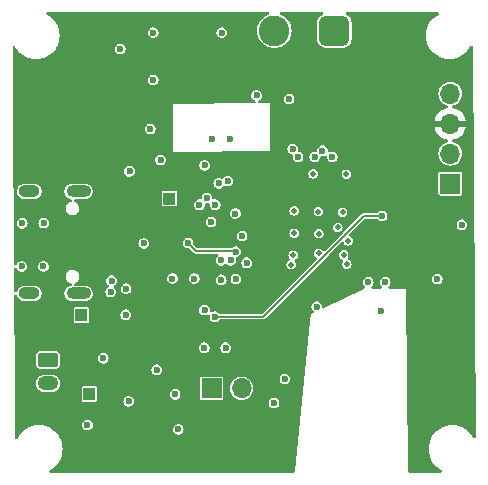
<source format=gbr>
%TF.GenerationSoftware,KiCad,Pcbnew,8.0.3*%
%TF.CreationDate,2024-11-24T21:53:37-06:00*%
%TF.ProjectId,wearable_som,77656172-6162-46c6-955f-736f6d2e6b69,rev?*%
%TF.SameCoordinates,Original*%
%TF.FileFunction,Copper,L2,Inr*%
%TF.FilePolarity,Positive*%
%FSLAX46Y46*%
G04 Gerber Fmt 4.6, Leading zero omitted, Abs format (unit mm)*
G04 Created by KiCad (PCBNEW 8.0.3) date 2024-11-24 21:53:37*
%MOMM*%
%LPD*%
G01*
G04 APERTURE LIST*
G04 Aperture macros list*
%AMRoundRect*
0 Rectangle with rounded corners*
0 $1 Rounding radius*
0 $2 $3 $4 $5 $6 $7 $8 $9 X,Y pos of 4 corners*
0 Add a 4 corners polygon primitive as box body*
4,1,4,$2,$3,$4,$5,$6,$7,$8,$9,$2,$3,0*
0 Add four circle primitives for the rounded corners*
1,1,$1+$1,$2,$3*
1,1,$1+$1,$4,$5*
1,1,$1+$1,$6,$7*
1,1,$1+$1,$8,$9*
0 Add four rect primitives between the rounded corners*
20,1,$1+$1,$2,$3,$4,$5,0*
20,1,$1+$1,$4,$5,$6,$7,0*
20,1,$1+$1,$6,$7,$8,$9,0*
20,1,$1+$1,$8,$9,$2,$3,0*%
G04 Aperture macros list end*
%TA.AperFunction,ComponentPad*%
%ADD10R,1.000000X1.000000*%
%TD*%
%TA.AperFunction,ComponentPad*%
%ADD11R,1.700000X1.700000*%
%TD*%
%TA.AperFunction,ComponentPad*%
%ADD12O,1.700000X1.700000*%
%TD*%
%TA.AperFunction,ComponentPad*%
%ADD13O,1.800000X1.000000*%
%TD*%
%TA.AperFunction,ComponentPad*%
%ADD14O,2.100000X1.000000*%
%TD*%
%TA.AperFunction,ComponentPad*%
%ADD15RoundRect,0.650000X0.650000X0.650000X-0.650000X0.650000X-0.650000X-0.650000X0.650000X-0.650000X0*%
%TD*%
%TA.AperFunction,ComponentPad*%
%ADD16C,2.600000*%
%TD*%
%TA.AperFunction,ComponentPad*%
%ADD17RoundRect,0.250000X-0.625000X0.350000X-0.625000X-0.350000X0.625000X-0.350000X0.625000X0.350000X0*%
%TD*%
%TA.AperFunction,ComponentPad*%
%ADD18O,1.750000X1.200000*%
%TD*%
%TA.AperFunction,ViaPad*%
%ADD19C,0.600000*%
%TD*%
%TA.AperFunction,ViaPad*%
%ADD20C,0.500000*%
%TD*%
%TA.AperFunction,Conductor*%
%ADD21C,0.150000*%
%TD*%
G04 APERTURE END LIST*
D10*
%TO.N,/VBUS*%
%TO.C,TP1*%
X107550000Y-124800000D03*
%TD*%
D11*
%TO.N,/SWDIO*%
%TO.C,J1*%
X131325000Y-123545000D03*
D12*
%TO.N,/SWCLK*%
X131325000Y-121005000D03*
%TO.N,+3.3V*%
X131325000Y-118465000D03*
%TO.N,GND*%
X131325000Y-115925000D03*
%TD*%
D11*
%TO.N,/ADC1_IN1*%
%TO.C,R10*%
X111110000Y-140875000D03*
D12*
%TO.N,GND*%
X113650000Y-140875000D03*
%TD*%
D13*
%TO.N,GND*%
%TO.C,J2*%
X95670000Y-132835000D03*
X95670000Y-124195000D03*
D14*
X99850000Y-132835000D03*
X99850000Y-124195000D03*
%TD*%
D15*
%TO.N,Net-(IC2-OUTP)*%
%TO.C,M1*%
X121515000Y-110600000D03*
D16*
%TO.N,Net-(IC2-OUTN)*%
X116435000Y-110600000D03*
%TD*%
D17*
%TO.N,/VBAT+*%
%TO.C,BT1*%
X97275000Y-138450000D03*
D18*
%TO.N,GND*%
X97275000Y-140450000D03*
%TD*%
D10*
%TO.N,/VBAT+*%
%TO.C,TP2*%
X100100000Y-134675000D03*
%TD*%
%TO.N,Net-(D1-K)*%
%TO.C,TP3*%
X100775000Y-141350000D03*
%TD*%
D19*
%TO.N,/OSC_IN*%
X125425000Y-134350000D03*
X124375000Y-131875000D03*
%TO.N,GND*%
X105925000Y-118900000D03*
X107800000Y-131575000D03*
X108300000Y-144350000D03*
D20*
X122675000Y-128375000D03*
D19*
X117675000Y-116375000D03*
X117325000Y-140075000D03*
X111075000Y-126775000D03*
D20*
X118100000Y-127725000D03*
D19*
X114925000Y-116075000D03*
X103375000Y-112125000D03*
X100600000Y-143975000D03*
X105375000Y-128600000D03*
D20*
X121800000Y-127250000D03*
D19*
X132312500Y-127025000D03*
X95050000Y-130550000D03*
X110528133Y-134250000D03*
D20*
X122200000Y-125950000D03*
X120200000Y-127775000D03*
D19*
X95075000Y-126900000D03*
X111975000Y-110750000D03*
D20*
X120175000Y-129425000D03*
X118100000Y-125850000D03*
D19*
X116400000Y-142100000D03*
D20*
X122300000Y-129575000D03*
X118025000Y-129600000D03*
D19*
X101950000Y-138325000D03*
X130225000Y-131600000D03*
X104175000Y-122500000D03*
X106175000Y-110750000D03*
X106475000Y-139300000D03*
X108025000Y-141375000D03*
D20*
X122575000Y-130350000D03*
X117850000Y-130400000D03*
D19*
X125825000Y-131875000D03*
D20*
X120150000Y-125900000D03*
D19*
%TO.N,/NRST*%
X106175000Y-114750000D03*
X110088679Y-125325000D03*
%TO.N,Net-(D1-K)*%
X102650000Y-131750000D03*
X102575000Y-132700000D03*
X103875000Y-132425000D03*
X104100000Y-141975000D03*
%TO.N,+3.3V*%
X125625000Y-127800000D03*
D20*
X115300000Y-129175000D03*
D19*
X110125000Y-127250000D03*
D20*
X96500000Y-114800000D03*
D19*
X113975000Y-123825000D03*
D20*
X121400000Y-133050000D03*
D19*
X120725000Y-116400000D03*
D20*
X121100000Y-122675000D03*
D19*
X125000000Y-119600000D03*
X106275000Y-137375000D03*
D20*
X108725000Y-121975000D03*
D19*
X117625000Y-119475000D03*
D20*
X96500000Y-120525000D03*
X123075000Y-132575000D03*
D19*
X130200000Y-129650000D03*
%TO.N,/VBUS*%
X103850000Y-134637000D03*
%TO.N,/ICS1_SCL*%
X118433378Y-121275000D03*
X113131216Y-126070131D03*
%TO.N,/NIRQ*%
X119850000Y-121275000D03*
X120025000Y-133950000D03*
%TO.N,/ICS1_SDA*%
X117997755Y-120604004D03*
X110525000Y-122000000D03*
X111425000Y-125325000D03*
D20*
%TO.N,/SWCLK*%
X119725000Y-122700000D03*
D19*
X120500000Y-120750000D03*
D20*
%TO.N,/SWDIO*%
X122525000Y-122741315D03*
D19*
X121325000Y-121275000D03*
%TO.N,Net-(U3-PROG)*%
X109637500Y-131575000D03*
%TO.N,Net-(U1-PH3)*%
X110725000Y-124750000D03*
X106800000Y-121525000D03*
%TO.N,/ADC1_IN1*%
X112312500Y-137425000D03*
X113694087Y-127980913D03*
%TO.N,/STAT*%
X111400000Y-134800000D03*
X125547518Y-126277482D03*
%TO.N,/SPI1_MOSI*%
X111925000Y-131675000D03*
X111925000Y-130025000D03*
%TO.N,/INT2*%
X113163275Y-129290560D03*
X109125000Y-128575000D03*
%TO.N,+3.3VA*%
X114087116Y-130225000D03*
X110487500Y-137425000D03*
%TO.N,/SPI1_MISO*%
X113175000Y-131625000D03*
X112725003Y-130025000D03*
%TO.N,/CC1*%
X96900000Y-126875000D03*
%TO.N,Net-(J2-CC2)*%
X96875000Y-130550000D03*
%TO.N,/RCC_OSC32_IN*%
X112500000Y-123325000D03*
X112675000Y-119775000D03*
%TO.N,/RCC_OSC32_OUT*%
X111175000Y-119775000D03*
X111721966Y-123511182D03*
%TD*%
D21*
%TO.N,/STAT*%
X115475000Y-134800000D02*
X111400000Y-134800000D01*
X123997518Y-126277482D02*
X115475000Y-134800000D01*
X125547518Y-126277482D02*
X123997518Y-126277482D01*
%TO.N,/INT2*%
X113109085Y-129236370D02*
X109786370Y-129236370D01*
X109786370Y-129236370D02*
X109125000Y-128575000D01*
X113163275Y-129290560D02*
X113109085Y-129236370D01*
%TD*%
%TA.AperFunction,Conductor*%
%TO.N,+3.3V*%
G36*
X115950924Y-109020185D02*
G01*
X115996679Y-109072989D01*
X116006623Y-109142147D01*
X115977598Y-109205703D01*
X115924148Y-109241781D01*
X115850347Y-109267116D01*
X115850342Y-109267118D01*
X115638930Y-109381529D01*
X115638924Y-109381533D01*
X115449242Y-109529169D01*
X115449239Y-109529172D01*
X115286430Y-109706029D01*
X115286427Y-109706033D01*
X115154951Y-109907270D01*
X115058389Y-110127410D01*
X114999379Y-110360440D01*
X114979529Y-110599994D01*
X114979529Y-110600005D01*
X114999379Y-110839559D01*
X115058389Y-111072589D01*
X115154951Y-111292729D01*
X115156409Y-111294960D01*
X115286429Y-111493969D01*
X115449236Y-111670825D01*
X115449239Y-111670827D01*
X115449242Y-111670830D01*
X115638924Y-111818466D01*
X115638930Y-111818470D01*
X115638933Y-111818472D01*
X115850344Y-111932882D01*
X115850347Y-111932883D01*
X116077699Y-112010933D01*
X116077701Y-112010933D01*
X116077703Y-112010934D01*
X116314808Y-112050500D01*
X116314809Y-112050500D01*
X116555191Y-112050500D01*
X116555192Y-112050500D01*
X116792297Y-112010934D01*
X117019656Y-111932882D01*
X117231067Y-111818472D01*
X117420764Y-111670825D01*
X117583571Y-111493969D01*
X117715049Y-111292728D01*
X117811610Y-111072591D01*
X117870620Y-110839563D01*
X117888667Y-110621774D01*
X117890471Y-110600005D01*
X117890471Y-110599994D01*
X117870620Y-110360440D01*
X117870620Y-110360437D01*
X117811610Y-110127409D01*
X117715049Y-109907272D01*
X117583571Y-109706031D01*
X117420764Y-109529175D01*
X117420759Y-109529171D01*
X117420757Y-109529169D01*
X117231075Y-109381533D01*
X117231069Y-109381529D01*
X117019657Y-109267118D01*
X117019652Y-109267116D01*
X116945852Y-109241781D01*
X116888837Y-109201396D01*
X116862706Y-109136596D01*
X116875757Y-109067956D01*
X116923846Y-109017268D01*
X116986115Y-109000500D01*
X120441098Y-109000500D01*
X120508137Y-109020185D01*
X120553892Y-109072989D01*
X120563836Y-109142147D01*
X120534811Y-109205703D01*
X120507070Y-109229494D01*
X120362737Y-109320184D01*
X120235184Y-109447737D01*
X120139211Y-109600476D01*
X120079631Y-109770745D01*
X120079630Y-109770750D01*
X120064500Y-109905039D01*
X120064500Y-111294960D01*
X120079630Y-111429249D01*
X120079631Y-111429254D01*
X120139211Y-111599523D01*
X120209255Y-111710996D01*
X120235184Y-111752262D01*
X120362738Y-111879816D01*
X120432130Y-111923418D01*
X120487413Y-111958155D01*
X120515478Y-111975789D01*
X120615914Y-112010933D01*
X120685745Y-112035368D01*
X120685750Y-112035369D01*
X120776246Y-112045565D01*
X120820040Y-112050499D01*
X120820043Y-112050500D01*
X120820046Y-112050500D01*
X122209957Y-112050500D01*
X122209958Y-112050499D01*
X122277104Y-112042934D01*
X122344249Y-112035369D01*
X122344252Y-112035368D01*
X122344255Y-112035368D01*
X122514522Y-111975789D01*
X122667262Y-111879816D01*
X122794816Y-111752262D01*
X122890789Y-111599522D01*
X122950368Y-111429255D01*
X122965500Y-111294954D01*
X122965500Y-109905046D01*
X122950368Y-109770745D01*
X122890789Y-109600478D01*
X122794816Y-109447738D01*
X122667262Y-109320184D01*
X122582805Y-109267116D01*
X122522930Y-109229494D01*
X122476639Y-109177159D01*
X122465991Y-109108105D01*
X122494366Y-109044257D01*
X122552756Y-109005885D01*
X122588902Y-109000500D01*
X130251744Y-109000500D01*
X130318783Y-109020185D01*
X130364538Y-109072989D01*
X130374482Y-109142147D01*
X130345457Y-109205703D01*
X130311171Y-109233332D01*
X130165690Y-109312770D01*
X130165682Y-109312775D01*
X129936612Y-109484254D01*
X129936594Y-109484270D01*
X129734270Y-109686594D01*
X129734254Y-109686612D01*
X129562775Y-109915682D01*
X129562770Y-109915690D01*
X129425635Y-110166833D01*
X129325628Y-110434962D01*
X129264804Y-110714566D01*
X129244390Y-110999998D01*
X129244390Y-111000001D01*
X129264804Y-111285433D01*
X129325628Y-111565037D01*
X129325630Y-111565043D01*
X129325631Y-111565046D01*
X129378485Y-111706753D01*
X129425635Y-111833166D01*
X129562770Y-112084309D01*
X129562775Y-112084317D01*
X129734254Y-112313387D01*
X129734270Y-112313405D01*
X129936594Y-112515729D01*
X129936612Y-112515745D01*
X130165682Y-112687224D01*
X130165690Y-112687229D01*
X130416833Y-112824364D01*
X130416832Y-112824364D01*
X130416836Y-112824365D01*
X130416839Y-112824367D01*
X130684954Y-112924369D01*
X130684960Y-112924370D01*
X130684962Y-112924371D01*
X130964566Y-112985195D01*
X130964568Y-112985195D01*
X130964572Y-112985196D01*
X131218220Y-113003337D01*
X131249999Y-113005610D01*
X131250000Y-113005610D01*
X131250001Y-113005610D01*
X131278595Y-113003564D01*
X131535428Y-112985196D01*
X131815046Y-112924369D01*
X132083161Y-112824367D01*
X132334315Y-112687226D01*
X132563395Y-112515739D01*
X132765739Y-112313395D01*
X132937226Y-112084315D01*
X133026925Y-111920043D01*
X133076330Y-111870638D01*
X133144603Y-111855786D01*
X133210067Y-111880203D01*
X133251939Y-111936136D01*
X133259754Y-111978609D01*
X133488942Y-144981554D01*
X133469723Y-145048728D01*
X133417238Y-145094849D01*
X133348151Y-145105272D01*
X133284395Y-145076690D01*
X133256113Y-145041842D01*
X133244946Y-145021392D01*
X133187226Y-144915685D01*
X133073680Y-144764005D01*
X133015745Y-144686612D01*
X133015729Y-144686594D01*
X132813405Y-144484270D01*
X132813387Y-144484254D01*
X132584317Y-144312775D01*
X132584309Y-144312770D01*
X132333166Y-144175635D01*
X132333167Y-144175635D01*
X132225915Y-144135632D01*
X132065046Y-144075631D01*
X132065043Y-144075630D01*
X132065037Y-144075628D01*
X131785433Y-144014804D01*
X131500001Y-143994390D01*
X131499999Y-143994390D01*
X131214566Y-144014804D01*
X130934962Y-144075628D01*
X130666833Y-144175635D01*
X130415690Y-144312770D01*
X130415682Y-144312775D01*
X130186612Y-144484254D01*
X130186594Y-144484270D01*
X129984270Y-144686594D01*
X129984254Y-144686612D01*
X129812775Y-144915682D01*
X129812770Y-144915690D01*
X129675635Y-145166833D01*
X129575628Y-145434962D01*
X129514804Y-145714566D01*
X129494390Y-145999998D01*
X129494390Y-146000001D01*
X129514804Y-146285433D01*
X129575628Y-146565037D01*
X129575630Y-146565043D01*
X129575631Y-146565046D01*
X129628485Y-146706753D01*
X129675635Y-146833166D01*
X129812770Y-147084309D01*
X129812775Y-147084317D01*
X129984254Y-147313387D01*
X129984270Y-147313405D01*
X130186594Y-147515729D01*
X130186612Y-147515745D01*
X130415682Y-147687224D01*
X130415690Y-147687229D01*
X130561171Y-147766668D01*
X130610576Y-147816073D01*
X130625428Y-147884346D01*
X130601011Y-147949811D01*
X130545077Y-147991682D01*
X130501744Y-147999500D01*
X127892140Y-147999500D01*
X127825101Y-147979815D01*
X127779346Y-147927011D01*
X127768150Y-147877050D01*
X127767491Y-147824367D01*
X127575000Y-132425000D01*
X126216043Y-132425000D01*
X126149004Y-132405315D01*
X126103249Y-132352511D01*
X126093305Y-132283353D01*
X126122329Y-132219798D01*
X126131255Y-132209497D01*
X126207882Y-132121063D01*
X126261697Y-132003226D01*
X126280133Y-131875000D01*
X126261697Y-131746774D01*
X126207882Y-131628937D01*
X126182808Y-131600000D01*
X129769867Y-131600000D01*
X129788302Y-131728225D01*
X129802067Y-131758365D01*
X129842118Y-131846063D01*
X129905288Y-131918966D01*
X129924623Y-131941281D01*
X129926951Y-131943967D01*
X130035931Y-132014004D01*
X130160225Y-132050499D01*
X130160227Y-132050500D01*
X130160228Y-132050500D01*
X130289773Y-132050500D01*
X130289773Y-132050499D01*
X130414069Y-132014004D01*
X130523049Y-131943967D01*
X130607882Y-131846063D01*
X130661697Y-131728226D01*
X130680133Y-131600000D01*
X130661697Y-131471774D01*
X130607882Y-131353937D01*
X130523049Y-131256033D01*
X130414069Y-131185996D01*
X130414065Y-131185994D01*
X130414064Y-131185994D01*
X130289774Y-131149500D01*
X130289772Y-131149500D01*
X130160228Y-131149500D01*
X130160226Y-131149500D01*
X130035935Y-131185994D01*
X130035932Y-131185995D01*
X130035931Y-131185996D01*
X129997033Y-131210994D01*
X129926950Y-131256033D01*
X129842118Y-131353937D01*
X129842117Y-131353938D01*
X129788302Y-131471774D01*
X129769867Y-131600000D01*
X126182808Y-131600000D01*
X126123049Y-131531033D01*
X126014069Y-131460996D01*
X126014065Y-131460994D01*
X126014064Y-131460994D01*
X125889774Y-131424500D01*
X125889772Y-131424500D01*
X125760228Y-131424500D01*
X125760226Y-131424500D01*
X125635935Y-131460994D01*
X125635932Y-131460995D01*
X125635931Y-131460996D01*
X125584677Y-131493934D01*
X125526950Y-131531033D01*
X125442118Y-131628937D01*
X125442117Y-131628938D01*
X125388302Y-131746774D01*
X125369867Y-131875000D01*
X125388302Y-132003225D01*
X125430938Y-132096583D01*
X125442118Y-132121063D01*
X125518745Y-132209497D01*
X125527671Y-132219798D01*
X125556695Y-132283354D01*
X125546751Y-132352512D01*
X125500996Y-132405316D01*
X125433957Y-132425000D01*
X124766043Y-132425000D01*
X124699004Y-132405315D01*
X124653249Y-132352511D01*
X124643305Y-132283353D01*
X124672329Y-132219798D01*
X124681255Y-132209497D01*
X124757882Y-132121063D01*
X124811697Y-132003226D01*
X124830133Y-131875000D01*
X124811697Y-131746774D01*
X124757882Y-131628937D01*
X124673049Y-131531033D01*
X124564069Y-131460996D01*
X124564065Y-131460994D01*
X124564064Y-131460994D01*
X124439774Y-131424500D01*
X124439772Y-131424500D01*
X124310228Y-131424500D01*
X124310226Y-131424500D01*
X124185935Y-131460994D01*
X124185932Y-131460995D01*
X124185931Y-131460996D01*
X124134677Y-131493934D01*
X124076950Y-131531033D01*
X123992118Y-131628937D01*
X123992117Y-131628938D01*
X123938302Y-131746774D01*
X123919867Y-131875000D01*
X123938302Y-132003225D01*
X123980938Y-132096583D01*
X123992118Y-132121063D01*
X124068745Y-132209497D01*
X124077996Y-132220173D01*
X124107020Y-132283729D01*
X124097076Y-132352887D01*
X124051321Y-132405691D01*
X124012097Y-132422215D01*
X124000002Y-132424998D01*
X120657868Y-134049388D01*
X120588968Y-134060989D01*
X120524734Y-134033499D01*
X120485559Y-133975644D01*
X120480925Y-133955510D01*
X120473811Y-133906033D01*
X120461697Y-133821774D01*
X120407882Y-133703937D01*
X120323049Y-133606033D01*
X120214069Y-133535996D01*
X120214065Y-133535994D01*
X120214064Y-133535994D01*
X120089774Y-133499500D01*
X120089772Y-133499500D01*
X119960228Y-133499500D01*
X119960226Y-133499500D01*
X119835935Y-133535994D01*
X119835932Y-133535995D01*
X119835931Y-133535996D01*
X119784677Y-133568934D01*
X119726950Y-133606033D01*
X119642118Y-133703937D01*
X119642117Y-133703938D01*
X119588302Y-133821774D01*
X119569867Y-133950000D01*
X119588302Y-134078225D01*
X119627342Y-134163708D01*
X119642118Y-134196063D01*
X119688854Y-134250000D01*
X119726953Y-134293969D01*
X119733652Y-134299774D01*
X119732478Y-134301128D01*
X119771176Y-134345785D01*
X119781121Y-134414943D01*
X119752099Y-134478500D01*
X119712588Y-134508825D01*
X119525000Y-134599999D01*
X119466654Y-135189822D01*
X118212915Y-147863993D01*
X118210569Y-147887707D01*
X118184380Y-147952483D01*
X118127329Y-147992817D01*
X118087171Y-147999500D01*
X97498256Y-147999500D01*
X97431217Y-147979815D01*
X97385462Y-147927011D01*
X97375518Y-147857853D01*
X97404543Y-147794297D01*
X97438829Y-147766668D01*
X97516982Y-147723992D01*
X97584315Y-147687226D01*
X97813395Y-147515739D01*
X98015739Y-147313395D01*
X98187226Y-147084315D01*
X98324367Y-146833161D01*
X98424369Y-146565046D01*
X98485196Y-146285428D01*
X98505610Y-146000000D01*
X98485196Y-145714572D01*
X98424369Y-145434954D01*
X98324367Y-145166839D01*
X98312013Y-145144215D01*
X98187229Y-144915690D01*
X98187224Y-144915682D01*
X98015745Y-144686612D01*
X98015729Y-144686594D01*
X97813405Y-144484270D01*
X97813387Y-144484254D01*
X97584317Y-144312775D01*
X97584309Y-144312770D01*
X97333166Y-144175635D01*
X97333167Y-144175635D01*
X97225915Y-144135632D01*
X97065046Y-144075631D01*
X97065043Y-144075630D01*
X97065037Y-144075628D01*
X96785433Y-144014804D01*
X96500001Y-143994390D01*
X96499999Y-143994390D01*
X96214566Y-144014804D01*
X95934962Y-144075628D01*
X95666833Y-144175635D01*
X95415690Y-144312770D01*
X95415682Y-144312775D01*
X95186612Y-144484254D01*
X95186594Y-144484270D01*
X94984270Y-144686594D01*
X94984254Y-144686612D01*
X94812775Y-144915682D01*
X94812770Y-144915690D01*
X94723073Y-145079958D01*
X94673668Y-145129363D01*
X94605395Y-145144215D01*
X94539930Y-145119798D01*
X94498059Y-145063864D01*
X94490244Y-145021392D01*
X94482977Y-143975000D01*
X100144867Y-143975000D01*
X100163302Y-144103225D01*
X100196371Y-144175635D01*
X100217118Y-144221063D01*
X100301951Y-144318967D01*
X100410931Y-144389004D01*
X100535225Y-144425499D01*
X100535227Y-144425500D01*
X100535228Y-144425500D01*
X100664773Y-144425500D01*
X100664773Y-144425499D01*
X100789069Y-144389004D01*
X100849761Y-144350000D01*
X107844867Y-144350000D01*
X107863302Y-144478225D01*
X107866059Y-144484261D01*
X107917118Y-144596063D01*
X108001951Y-144693967D01*
X108110931Y-144764004D01*
X108235225Y-144800499D01*
X108235227Y-144800500D01*
X108235228Y-144800500D01*
X108364773Y-144800500D01*
X108364773Y-144800499D01*
X108489069Y-144764004D01*
X108598049Y-144693967D01*
X108682882Y-144596063D01*
X108736697Y-144478226D01*
X108755133Y-144350000D01*
X108736697Y-144221774D01*
X108682882Y-144103937D01*
X108598049Y-144006033D01*
X108489069Y-143935996D01*
X108489065Y-143935994D01*
X108489064Y-143935994D01*
X108364774Y-143899500D01*
X108364772Y-143899500D01*
X108235228Y-143899500D01*
X108235226Y-143899500D01*
X108110935Y-143935994D01*
X108110932Y-143935995D01*
X108110931Y-143935996D01*
X108059677Y-143968934D01*
X108001950Y-144006033D01*
X107917118Y-144103937D01*
X107917117Y-144103938D01*
X107863302Y-144221774D01*
X107844867Y-144350000D01*
X100849761Y-144350000D01*
X100898049Y-144318967D01*
X100982882Y-144221063D01*
X101036697Y-144103226D01*
X101055133Y-143975000D01*
X101036697Y-143846774D01*
X100982882Y-143728937D01*
X100898049Y-143631033D01*
X100789069Y-143560996D01*
X100789065Y-143560994D01*
X100789064Y-143560994D01*
X100664774Y-143524500D01*
X100664772Y-143524500D01*
X100535228Y-143524500D01*
X100535226Y-143524500D01*
X100410935Y-143560994D01*
X100410932Y-143560995D01*
X100410931Y-143560996D01*
X100359677Y-143593934D01*
X100301950Y-143631033D01*
X100217118Y-143728937D01*
X100217117Y-143728938D01*
X100163302Y-143846774D01*
X100144867Y-143975000D01*
X94482977Y-143975000D01*
X94468323Y-141864822D01*
X100124499Y-141864822D01*
X100133231Y-141908717D01*
X100133232Y-141908721D01*
X100133233Y-141908722D01*
X100166496Y-141958504D01*
X100216278Y-141991767D01*
X100216281Y-141991767D01*
X100216282Y-141991768D01*
X100260177Y-142000500D01*
X100260180Y-142000500D01*
X101289822Y-142000500D01*
X101333717Y-141991768D01*
X101333717Y-141991767D01*
X101333722Y-141991767D01*
X101358816Y-141975000D01*
X103644867Y-141975000D01*
X103663302Y-142103225D01*
X103717117Y-142221061D01*
X103717118Y-142221063D01*
X103801951Y-142318967D01*
X103910931Y-142389004D01*
X104035225Y-142425499D01*
X104035227Y-142425500D01*
X104035228Y-142425500D01*
X104164773Y-142425500D01*
X104164773Y-142425499D01*
X104289069Y-142389004D01*
X104398049Y-142318967D01*
X104482882Y-142221063D01*
X104536697Y-142103226D01*
X104537161Y-142100000D01*
X115944867Y-142100000D01*
X115963302Y-142228225D01*
X116017117Y-142346061D01*
X116017118Y-142346063D01*
X116101951Y-142443967D01*
X116210931Y-142514004D01*
X116335225Y-142550499D01*
X116335227Y-142550500D01*
X116335228Y-142550500D01*
X116464773Y-142550500D01*
X116464773Y-142550499D01*
X116589069Y-142514004D01*
X116698049Y-142443967D01*
X116782882Y-142346063D01*
X116836697Y-142228226D01*
X116855133Y-142100000D01*
X116836697Y-141971774D01*
X116782882Y-141853937D01*
X116698049Y-141756033D01*
X116589069Y-141685996D01*
X116589065Y-141685994D01*
X116589064Y-141685994D01*
X116464774Y-141649500D01*
X116464772Y-141649500D01*
X116335228Y-141649500D01*
X116335226Y-141649500D01*
X116210935Y-141685994D01*
X116210932Y-141685995D01*
X116210931Y-141685996D01*
X116159677Y-141718934D01*
X116101950Y-141756033D01*
X116017118Y-141853937D01*
X116017117Y-141853938D01*
X115963302Y-141971774D01*
X115944867Y-142100000D01*
X104537161Y-142100000D01*
X104555133Y-141975000D01*
X104536697Y-141846774D01*
X104482882Y-141728937D01*
X104398049Y-141631033D01*
X104289069Y-141560996D01*
X104289065Y-141560994D01*
X104289064Y-141560994D01*
X104164774Y-141524500D01*
X104164772Y-141524500D01*
X104035228Y-141524500D01*
X104035226Y-141524500D01*
X103910935Y-141560994D01*
X103910932Y-141560995D01*
X103910931Y-141560996D01*
X103872206Y-141585883D01*
X103801950Y-141631033D01*
X103717118Y-141728937D01*
X103717117Y-141728938D01*
X103663302Y-141846774D01*
X103644867Y-141975000D01*
X101358816Y-141975000D01*
X101383504Y-141958504D01*
X101416767Y-141908722D01*
X101425500Y-141864820D01*
X101425500Y-141375000D01*
X107569867Y-141375000D01*
X107588302Y-141503225D01*
X107642117Y-141621061D01*
X107642118Y-141621063D01*
X107726951Y-141718967D01*
X107835931Y-141789004D01*
X107960225Y-141825499D01*
X107960227Y-141825500D01*
X107960228Y-141825500D01*
X108089773Y-141825500D01*
X108089773Y-141825499D01*
X108214069Y-141789004D01*
X108290598Y-141739822D01*
X110109499Y-141739822D01*
X110118231Y-141783717D01*
X110118232Y-141783721D01*
X110118233Y-141783722D01*
X110151496Y-141833504D01*
X110201278Y-141866767D01*
X110201281Y-141866767D01*
X110201282Y-141866768D01*
X110245177Y-141875500D01*
X110245180Y-141875500D01*
X111974822Y-141875500D01*
X112018717Y-141866768D01*
X112018717Y-141866767D01*
X112018722Y-141866767D01*
X112068504Y-141833504D01*
X112101767Y-141783722D01*
X112110500Y-141739820D01*
X112110500Y-140875000D01*
X112644659Y-140875000D01*
X112663975Y-141071129D01*
X112721188Y-141259733D01*
X112814086Y-141433532D01*
X112814090Y-141433539D01*
X112939116Y-141585883D01*
X113091460Y-141710909D01*
X113091467Y-141710913D01*
X113265266Y-141803811D01*
X113265269Y-141803811D01*
X113265273Y-141803814D01*
X113453868Y-141861024D01*
X113650000Y-141880341D01*
X113846132Y-141861024D01*
X114034727Y-141803814D01*
X114072317Y-141783722D01*
X114124119Y-141756033D01*
X114208538Y-141710910D01*
X114360883Y-141585883D01*
X114485910Y-141433538D01*
X114578814Y-141259727D01*
X114636024Y-141071132D01*
X114655341Y-140875000D01*
X114636024Y-140678868D01*
X114578814Y-140490273D01*
X114578811Y-140490269D01*
X114578811Y-140490266D01*
X114485913Y-140316467D01*
X114485909Y-140316460D01*
X114360883Y-140164116D01*
X114252295Y-140075000D01*
X116869867Y-140075000D01*
X116888302Y-140203225D01*
X116901029Y-140231092D01*
X116942118Y-140321063D01*
X117026951Y-140418967D01*
X117135931Y-140489004D01*
X117254840Y-140523918D01*
X117260225Y-140525499D01*
X117260227Y-140525500D01*
X117260228Y-140525500D01*
X117389773Y-140525500D01*
X117389773Y-140525499D01*
X117514069Y-140489004D01*
X117623049Y-140418967D01*
X117707882Y-140321063D01*
X117761697Y-140203226D01*
X117780133Y-140075000D01*
X117761697Y-139946774D01*
X117707882Y-139828937D01*
X117623049Y-139731033D01*
X117514069Y-139660996D01*
X117514065Y-139660994D01*
X117514064Y-139660994D01*
X117389774Y-139624500D01*
X117389772Y-139624500D01*
X117260228Y-139624500D01*
X117260226Y-139624500D01*
X117135935Y-139660994D01*
X117135932Y-139660995D01*
X117135931Y-139660996D01*
X117084677Y-139693934D01*
X117026950Y-139731033D01*
X116942118Y-139828937D01*
X116942117Y-139828938D01*
X116888302Y-139946774D01*
X116869867Y-140075000D01*
X114252295Y-140075000D01*
X114208539Y-140039090D01*
X114208532Y-140039086D01*
X114034733Y-139946188D01*
X114034727Y-139946186D01*
X113846132Y-139888976D01*
X113846129Y-139888975D01*
X113650000Y-139869659D01*
X113453870Y-139888975D01*
X113265266Y-139946188D01*
X113091467Y-140039086D01*
X113091460Y-140039090D01*
X112939116Y-140164116D01*
X112814090Y-140316460D01*
X112814086Y-140316467D01*
X112721188Y-140490266D01*
X112663975Y-140678870D01*
X112644659Y-140875000D01*
X112110500Y-140875000D01*
X112110500Y-140010180D01*
X112110500Y-140010177D01*
X112101768Y-139966282D01*
X112101767Y-139966281D01*
X112101767Y-139966278D01*
X112068504Y-139916496D01*
X112068503Y-139916495D01*
X112018724Y-139883234D01*
X112018717Y-139883231D01*
X111974822Y-139874500D01*
X111974820Y-139874500D01*
X110245180Y-139874500D01*
X110245178Y-139874500D01*
X110201282Y-139883231D01*
X110201275Y-139883234D01*
X110151496Y-139916495D01*
X110151495Y-139916496D01*
X110118234Y-139966275D01*
X110118231Y-139966282D01*
X110109500Y-140010177D01*
X110109500Y-140010180D01*
X110109500Y-141739820D01*
X110109500Y-141739822D01*
X110109499Y-141739822D01*
X108290598Y-141739822D01*
X108323049Y-141718967D01*
X108407882Y-141621063D01*
X108461697Y-141503226D01*
X108480133Y-141375000D01*
X108461697Y-141246774D01*
X108407882Y-141128937D01*
X108323049Y-141031033D01*
X108214069Y-140960996D01*
X108214065Y-140960994D01*
X108214064Y-140960994D01*
X108089774Y-140924500D01*
X108089772Y-140924500D01*
X107960228Y-140924500D01*
X107960226Y-140924500D01*
X107835935Y-140960994D01*
X107835932Y-140960995D01*
X107835931Y-140960996D01*
X107784677Y-140993934D01*
X107726950Y-141031033D01*
X107642118Y-141128937D01*
X107642117Y-141128938D01*
X107588302Y-141246774D01*
X107569867Y-141375000D01*
X101425500Y-141375000D01*
X101425500Y-140835180D01*
X101425500Y-140835177D01*
X101416768Y-140791282D01*
X101416767Y-140791281D01*
X101416767Y-140791278D01*
X101383504Y-140741496D01*
X101383503Y-140741495D01*
X101333724Y-140708234D01*
X101333717Y-140708231D01*
X101289822Y-140699500D01*
X101289820Y-140699500D01*
X100260180Y-140699500D01*
X100260178Y-140699500D01*
X100216282Y-140708231D01*
X100216275Y-140708234D01*
X100166496Y-140741495D01*
X100166495Y-140741496D01*
X100133234Y-140791275D01*
X100133231Y-140791282D01*
X100124500Y-140835177D01*
X100124500Y-140835180D01*
X100124500Y-141864820D01*
X100124500Y-141864822D01*
X100124499Y-141864822D01*
X94468323Y-141864822D01*
X94459011Y-140523920D01*
X96249499Y-140523920D01*
X96278340Y-140668907D01*
X96278343Y-140668917D01*
X96334912Y-140805488D01*
X96334919Y-140805501D01*
X96417048Y-140928415D01*
X96417051Y-140928419D01*
X96521580Y-141032948D01*
X96521584Y-141032951D01*
X96644498Y-141115080D01*
X96644511Y-141115087D01*
X96781082Y-141171656D01*
X96781087Y-141171658D01*
X96781091Y-141171658D01*
X96781092Y-141171659D01*
X96926079Y-141200500D01*
X96926082Y-141200500D01*
X97623920Y-141200500D01*
X97721462Y-141181096D01*
X97768913Y-141171658D01*
X97905495Y-141115084D01*
X98028416Y-141032951D01*
X98132951Y-140928416D01*
X98215084Y-140805495D01*
X98271658Y-140668913D01*
X98281096Y-140621462D01*
X98300500Y-140523920D01*
X98300500Y-140376079D01*
X98271659Y-140231092D01*
X98271658Y-140231091D01*
X98271658Y-140231087D01*
X98243918Y-140164116D01*
X98215087Y-140094511D01*
X98215080Y-140094498D01*
X98132951Y-139971584D01*
X98132948Y-139971580D01*
X98028419Y-139867051D01*
X98028415Y-139867048D01*
X97905501Y-139784919D01*
X97905488Y-139784912D01*
X97768917Y-139728343D01*
X97768907Y-139728340D01*
X97623920Y-139699500D01*
X97623918Y-139699500D01*
X96926082Y-139699500D01*
X96926080Y-139699500D01*
X96781092Y-139728340D01*
X96781082Y-139728343D01*
X96644511Y-139784912D01*
X96644498Y-139784919D01*
X96521584Y-139867048D01*
X96521580Y-139867051D01*
X96417051Y-139971580D01*
X96417048Y-139971584D01*
X96334919Y-140094498D01*
X96334912Y-140094511D01*
X96278343Y-140231082D01*
X96278340Y-140231092D01*
X96249500Y-140376079D01*
X96249500Y-140376082D01*
X96249500Y-140523918D01*
X96249500Y-140523920D01*
X96249499Y-140523920D01*
X94459011Y-140523920D01*
X94454468Y-139869659D01*
X94450512Y-139300000D01*
X106019867Y-139300000D01*
X106038302Y-139428225D01*
X106092117Y-139546061D01*
X106092118Y-139546063D01*
X106176951Y-139643967D01*
X106285931Y-139714004D01*
X106343928Y-139731033D01*
X106410225Y-139750499D01*
X106410227Y-139750500D01*
X106410228Y-139750500D01*
X106539773Y-139750500D01*
X106539773Y-139750499D01*
X106664069Y-139714004D01*
X106773049Y-139643967D01*
X106857882Y-139546063D01*
X106911697Y-139428226D01*
X106930133Y-139300000D01*
X106911697Y-139171774D01*
X106857882Y-139053937D01*
X106773049Y-138956033D01*
X106664069Y-138885996D01*
X106664065Y-138885994D01*
X106664064Y-138885994D01*
X106539774Y-138849500D01*
X106539772Y-138849500D01*
X106410228Y-138849500D01*
X106410226Y-138849500D01*
X106285935Y-138885994D01*
X106285932Y-138885995D01*
X106285931Y-138885996D01*
X106234677Y-138918934D01*
X106176950Y-138956033D01*
X106092118Y-139053937D01*
X106092117Y-139053938D01*
X106038302Y-139171774D01*
X106019867Y-139300000D01*
X94450512Y-139300000D01*
X94441960Y-138068475D01*
X96249500Y-138068475D01*
X96249500Y-138831517D01*
X96258128Y-138885994D01*
X96264354Y-138925304D01*
X96321950Y-139038342D01*
X96321952Y-139038344D01*
X96321954Y-139038347D01*
X96411652Y-139128045D01*
X96411654Y-139128046D01*
X96411658Y-139128050D01*
X96524694Y-139185645D01*
X96524698Y-139185647D01*
X96618475Y-139200499D01*
X96618481Y-139200500D01*
X97931518Y-139200499D01*
X98025304Y-139185646D01*
X98138342Y-139128050D01*
X98228050Y-139038342D01*
X98285646Y-138925304D01*
X98285646Y-138925302D01*
X98285647Y-138925301D01*
X98300499Y-138831524D01*
X98300500Y-138831519D01*
X98300499Y-138325000D01*
X101494867Y-138325000D01*
X101513302Y-138453225D01*
X101567117Y-138571061D01*
X101567118Y-138571063D01*
X101651951Y-138668967D01*
X101760931Y-138739004D01*
X101885225Y-138775499D01*
X101885227Y-138775500D01*
X101885228Y-138775500D01*
X102014773Y-138775500D01*
X102014773Y-138775499D01*
X102139069Y-138739004D01*
X102248049Y-138668967D01*
X102332882Y-138571063D01*
X102386697Y-138453226D01*
X102405133Y-138325000D01*
X102386697Y-138196774D01*
X102332882Y-138078937D01*
X102248049Y-137981033D01*
X102139069Y-137910996D01*
X102139065Y-137910994D01*
X102139064Y-137910994D01*
X102014774Y-137874500D01*
X102014772Y-137874500D01*
X101885228Y-137874500D01*
X101885226Y-137874500D01*
X101760935Y-137910994D01*
X101760932Y-137910995D01*
X101760931Y-137910996D01*
X101709677Y-137943934D01*
X101651950Y-137981033D01*
X101567118Y-138078937D01*
X101567117Y-138078938D01*
X101513302Y-138196774D01*
X101494867Y-138325000D01*
X98300499Y-138325000D01*
X98300499Y-138068482D01*
X98285646Y-137974696D01*
X98228050Y-137861658D01*
X98228046Y-137861654D01*
X98228045Y-137861652D01*
X98138347Y-137771954D01*
X98138344Y-137771952D01*
X98138342Y-137771950D01*
X98061517Y-137732805D01*
X98025301Y-137714352D01*
X97931524Y-137699500D01*
X96618482Y-137699500D01*
X96537519Y-137712323D01*
X96524696Y-137714354D01*
X96411658Y-137771950D01*
X96411657Y-137771951D01*
X96411652Y-137771954D01*
X96321954Y-137861652D01*
X96321951Y-137861657D01*
X96264352Y-137974698D01*
X96249500Y-138068475D01*
X94441960Y-138068475D01*
X94437491Y-137425000D01*
X110032367Y-137425000D01*
X110050802Y-137553225D01*
X110104617Y-137671061D01*
X110104618Y-137671063D01*
X110189451Y-137768967D01*
X110298431Y-137839004D01*
X110422725Y-137875499D01*
X110422727Y-137875500D01*
X110422728Y-137875500D01*
X110552273Y-137875500D01*
X110552273Y-137875499D01*
X110676569Y-137839004D01*
X110785549Y-137768967D01*
X110870382Y-137671063D01*
X110924197Y-137553226D01*
X110942633Y-137425000D01*
X111857367Y-137425000D01*
X111875802Y-137553225D01*
X111929617Y-137671061D01*
X111929618Y-137671063D01*
X112014451Y-137768967D01*
X112123431Y-137839004D01*
X112247725Y-137875499D01*
X112247727Y-137875500D01*
X112247728Y-137875500D01*
X112377273Y-137875500D01*
X112377273Y-137875499D01*
X112501569Y-137839004D01*
X112610549Y-137768967D01*
X112695382Y-137671063D01*
X112749197Y-137553226D01*
X112767633Y-137425000D01*
X112749197Y-137296774D01*
X112695382Y-137178937D01*
X112610549Y-137081033D01*
X112501569Y-137010996D01*
X112501565Y-137010994D01*
X112501564Y-137010994D01*
X112377274Y-136974500D01*
X112377272Y-136974500D01*
X112247728Y-136974500D01*
X112247726Y-136974500D01*
X112123435Y-137010994D01*
X112123432Y-137010995D01*
X112123431Y-137010996D01*
X112072177Y-137043934D01*
X112014450Y-137081033D01*
X111929618Y-137178937D01*
X111929617Y-137178938D01*
X111875802Y-137296774D01*
X111857367Y-137425000D01*
X110942633Y-137425000D01*
X110924197Y-137296774D01*
X110870382Y-137178937D01*
X110785549Y-137081033D01*
X110676569Y-137010996D01*
X110676565Y-137010994D01*
X110676564Y-137010994D01*
X110552274Y-136974500D01*
X110552272Y-136974500D01*
X110422728Y-136974500D01*
X110422726Y-136974500D01*
X110298435Y-137010994D01*
X110298432Y-137010995D01*
X110298431Y-137010996D01*
X110247177Y-137043934D01*
X110189450Y-137081033D01*
X110104618Y-137178937D01*
X110104617Y-137178938D01*
X110050802Y-137296774D01*
X110032367Y-137425000D01*
X94437491Y-137425000D01*
X94421969Y-135189822D01*
X99449499Y-135189822D01*
X99458231Y-135233717D01*
X99458234Y-135233724D01*
X99491495Y-135283503D01*
X99491496Y-135283504D01*
X99541278Y-135316767D01*
X99541281Y-135316767D01*
X99541282Y-135316768D01*
X99585177Y-135325500D01*
X99585180Y-135325500D01*
X100614822Y-135325500D01*
X100658717Y-135316768D01*
X100658717Y-135316767D01*
X100658722Y-135316767D01*
X100708504Y-135283504D01*
X100741767Y-135233722D01*
X100750500Y-135189820D01*
X100750500Y-134637000D01*
X103394867Y-134637000D01*
X103413302Y-134765225D01*
X103429183Y-134799998D01*
X103467118Y-134883063D01*
X103551951Y-134980967D01*
X103660931Y-135051004D01*
X103785225Y-135087499D01*
X103785227Y-135087500D01*
X103785228Y-135087500D01*
X103914773Y-135087500D01*
X103914773Y-135087499D01*
X104039069Y-135051004D01*
X104148049Y-134980967D01*
X104232882Y-134883063D01*
X104286697Y-134765226D01*
X104305133Y-134637000D01*
X104286697Y-134508774D01*
X104232882Y-134390937D01*
X104148049Y-134293033D01*
X104081088Y-134250000D01*
X110073000Y-134250000D01*
X110091435Y-134378225D01*
X110137230Y-134478500D01*
X110145251Y-134496063D01*
X110230084Y-134593967D01*
X110339064Y-134664004D01*
X110463358Y-134700499D01*
X110463360Y-134700500D01*
X110463361Y-134700500D01*
X110592906Y-134700500D01*
X110592906Y-134700499D01*
X110717202Y-134664004D01*
X110761172Y-134635745D01*
X110828208Y-134616062D01*
X110895248Y-134635746D01*
X110941003Y-134688550D01*
X110950947Y-134757708D01*
X110944867Y-134799998D01*
X110944867Y-134799999D01*
X110963302Y-134928225D01*
X111010021Y-135030523D01*
X111017118Y-135046063D01*
X111101951Y-135143967D01*
X111210931Y-135214004D01*
X111278069Y-135233717D01*
X111335225Y-135250499D01*
X111335227Y-135250500D01*
X111335228Y-135250500D01*
X111464773Y-135250500D01*
X111464773Y-135250499D01*
X111589069Y-135214004D01*
X111698049Y-135143967D01*
X111763616Y-135068297D01*
X111822393Y-135030523D01*
X111857329Y-135025500D01*
X115415703Y-135025500D01*
X115415711Y-135025501D01*
X115430145Y-135025501D01*
X115519853Y-135025501D01*
X115519855Y-135025501D01*
X115578460Y-135001225D01*
X115602736Y-134991170D01*
X115666170Y-134927736D01*
X115666170Y-134927735D01*
X115683608Y-134910297D01*
X115683610Y-134910294D01*
X121018907Y-129574996D01*
X121894508Y-129574996D01*
X121894508Y-129575003D01*
X121914352Y-129700300D01*
X121914352Y-129700301D01*
X121916525Y-129704565D01*
X121971950Y-129813342D01*
X121971952Y-129813344D01*
X121971954Y-129813347D01*
X122061652Y-129903045D01*
X122061654Y-129903046D01*
X122061658Y-129903050D01*
X122174696Y-129960646D01*
X122174697Y-129960646D01*
X122182659Y-129964703D01*
X122233455Y-130012678D01*
X122250250Y-130080499D01*
X122236849Y-130131481D01*
X122225770Y-130153226D01*
X122189352Y-130224698D01*
X122189352Y-130224699D01*
X122169508Y-130349996D01*
X122169508Y-130350003D01*
X122189352Y-130475300D01*
X122189352Y-130475301D01*
X122207805Y-130511517D01*
X122246950Y-130588342D01*
X122246952Y-130588344D01*
X122246954Y-130588347D01*
X122336652Y-130678045D01*
X122336654Y-130678046D01*
X122336658Y-130678050D01*
X122449696Y-130735646D01*
X122449697Y-130735646D01*
X122449699Y-130735647D01*
X122574997Y-130755492D01*
X122575000Y-130755492D01*
X122575003Y-130755492D01*
X122700300Y-130735647D01*
X122700301Y-130735647D01*
X122700302Y-130735646D01*
X122700304Y-130735646D01*
X122813342Y-130678050D01*
X122903050Y-130588342D01*
X122960646Y-130475304D01*
X122960646Y-130475302D01*
X122960647Y-130475301D01*
X122960647Y-130475300D01*
X122980492Y-130350003D01*
X122980492Y-130349996D01*
X122960647Y-130224699D01*
X122960647Y-130224698D01*
X122960646Y-130224696D01*
X122903050Y-130111658D01*
X122903046Y-130111654D01*
X122903045Y-130111652D01*
X122813347Y-130021954D01*
X122813343Y-130021951D01*
X122813342Y-130021950D01*
X122781042Y-130005492D01*
X122692339Y-129960295D01*
X122641544Y-129912321D01*
X122624749Y-129844500D01*
X122638149Y-129793520D01*
X122685646Y-129700304D01*
X122685646Y-129700302D01*
X122685647Y-129700300D01*
X122705492Y-129575003D01*
X122705492Y-129574996D01*
X122685647Y-129449699D01*
X122685647Y-129449698D01*
X122673064Y-129425003D01*
X122628050Y-129336658D01*
X122628046Y-129336654D01*
X122628045Y-129336652D01*
X122538347Y-129246954D01*
X122538344Y-129246952D01*
X122538342Y-129246950D01*
X122425304Y-129189354D01*
X122425303Y-129189353D01*
X122425300Y-129189352D01*
X122300003Y-129169508D01*
X122299997Y-129169508D01*
X122174699Y-129189352D01*
X122174698Y-129189352D01*
X122099337Y-129227751D01*
X122061658Y-129246950D01*
X122061657Y-129246951D01*
X122061652Y-129246954D01*
X121971954Y-129336652D01*
X121971951Y-129336657D01*
X121914352Y-129449698D01*
X121914352Y-129449699D01*
X121894508Y-129574996D01*
X121018907Y-129574996D01*
X122102598Y-128491305D01*
X122163919Y-128457822D01*
X122233611Y-128462806D01*
X122289544Y-128504678D01*
X122300761Y-128522693D01*
X122346947Y-128613338D01*
X122346954Y-128613347D01*
X122436652Y-128703045D01*
X122436654Y-128703046D01*
X122436658Y-128703050D01*
X122549696Y-128760646D01*
X122549697Y-128760646D01*
X122549699Y-128760647D01*
X122674997Y-128780492D01*
X122675000Y-128780492D01*
X122675003Y-128780492D01*
X122800300Y-128760647D01*
X122800301Y-128760647D01*
X122800302Y-128760646D01*
X122800304Y-128760646D01*
X122913342Y-128703050D01*
X123003050Y-128613342D01*
X123060646Y-128500304D01*
X123060646Y-128500302D01*
X123060647Y-128500301D01*
X123060647Y-128500300D01*
X123080492Y-128375003D01*
X123080492Y-128374996D01*
X123060647Y-128249699D01*
X123060647Y-128249698D01*
X123060646Y-128249696D01*
X123003050Y-128136658D01*
X123003046Y-128136654D01*
X123003045Y-128136652D01*
X122913347Y-128046954D01*
X122913338Y-128046947D01*
X122822693Y-128000761D01*
X122771897Y-127952787D01*
X122755102Y-127884966D01*
X122777640Y-127818831D01*
X122791301Y-127802603D01*
X123568905Y-127025000D01*
X131857367Y-127025000D01*
X131875802Y-127153225D01*
X131919997Y-127249996D01*
X131929618Y-127271063D01*
X132014451Y-127368967D01*
X132123431Y-127439004D01*
X132150497Y-127446951D01*
X132247725Y-127475499D01*
X132247727Y-127475500D01*
X132247728Y-127475500D01*
X132377273Y-127475500D01*
X132377273Y-127475499D01*
X132501569Y-127439004D01*
X132610549Y-127368967D01*
X132695382Y-127271063D01*
X132749197Y-127153226D01*
X132767633Y-127025000D01*
X132749197Y-126896774D01*
X132695382Y-126778937D01*
X132610549Y-126681033D01*
X132501569Y-126610996D01*
X132501565Y-126610994D01*
X132501564Y-126610994D01*
X132377274Y-126574500D01*
X132377272Y-126574500D01*
X132247728Y-126574500D01*
X132247726Y-126574500D01*
X132123435Y-126610994D01*
X132123432Y-126610995D01*
X132123431Y-126610996D01*
X132095513Y-126628938D01*
X132014450Y-126681033D01*
X131929618Y-126778937D01*
X131929617Y-126778938D01*
X131875802Y-126896774D01*
X131857367Y-127025000D01*
X123568905Y-127025000D01*
X124054604Y-126539301D01*
X124115927Y-126505816D01*
X124142285Y-126502982D01*
X125090189Y-126502982D01*
X125157228Y-126522667D01*
X125183900Y-126545778D01*
X125249469Y-126621449D01*
X125358449Y-126691486D01*
X125482743Y-126727981D01*
X125482745Y-126727982D01*
X125482746Y-126727982D01*
X125612291Y-126727982D01*
X125612291Y-126727981D01*
X125736587Y-126691486D01*
X125845567Y-126621449D01*
X125930400Y-126523545D01*
X125984215Y-126405708D01*
X126002651Y-126277482D01*
X125984215Y-126149256D01*
X125930400Y-126031419D01*
X125845567Y-125933515D01*
X125736587Y-125863478D01*
X125736583Y-125863476D01*
X125736582Y-125863476D01*
X125612292Y-125826982D01*
X125612290Y-125826982D01*
X125482746Y-125826982D01*
X125482744Y-125826982D01*
X125358453Y-125863476D01*
X125358450Y-125863477D01*
X125358449Y-125863478D01*
X125307195Y-125896416D01*
X125249468Y-125933515D01*
X125235182Y-125950003D01*
X125183901Y-126009184D01*
X125125125Y-126046959D01*
X125090189Y-126051982D01*
X124056815Y-126051982D01*
X124056807Y-126051981D01*
X124042373Y-126051981D01*
X123952664Y-126051981D01*
X123952661Y-126051981D01*
X123908846Y-126070131D01*
X123908845Y-126070131D01*
X123869784Y-126086309D01*
X123869782Y-126086311D01*
X123806347Y-126149747D01*
X122328749Y-127627344D01*
X122267426Y-127660829D01*
X122207268Y-127656526D01*
X122210027Y-127720874D01*
X122177344Y-127778749D01*
X120713648Y-129242445D01*
X120652325Y-129275930D01*
X120582633Y-129270946D01*
X120526700Y-129229074D01*
X120515482Y-129211058D01*
X120503050Y-129186658D01*
X120503047Y-129186655D01*
X120503045Y-129186652D01*
X120413347Y-129096954D01*
X120413344Y-129096952D01*
X120413342Y-129096950D01*
X120300304Y-129039354D01*
X120300303Y-129039353D01*
X120300300Y-129039352D01*
X120175003Y-129019508D01*
X120174997Y-129019508D01*
X120049699Y-129039352D01*
X120049698Y-129039352D01*
X119974337Y-129077751D01*
X119936658Y-129096950D01*
X119936657Y-129096951D01*
X119936652Y-129096954D01*
X119846954Y-129186652D01*
X119846951Y-129186657D01*
X119846950Y-129186658D01*
X119834518Y-129211058D01*
X119789352Y-129299698D01*
X119789352Y-129299699D01*
X119769508Y-129424996D01*
X119769508Y-129425003D01*
X119789352Y-129550300D01*
X119789352Y-129550301D01*
X119801935Y-129574996D01*
X119846950Y-129663342D01*
X119846952Y-129663344D01*
X119846954Y-129663347D01*
X119936652Y-129753045D01*
X119936655Y-129753047D01*
X119936658Y-129753050D01*
X119961059Y-129765483D01*
X120011854Y-129813456D01*
X120028650Y-129881277D01*
X120006113Y-129947412D01*
X119992445Y-129963648D01*
X115417914Y-134538181D01*
X115356591Y-134571666D01*
X115330233Y-134574500D01*
X111857329Y-134574500D01*
X111790290Y-134554815D01*
X111763617Y-134531703D01*
X111698049Y-134456033D01*
X111589069Y-134385996D01*
X111589065Y-134385994D01*
X111589064Y-134385994D01*
X111464774Y-134349500D01*
X111464772Y-134349500D01*
X111335228Y-134349500D01*
X111335226Y-134349500D01*
X111210933Y-134385994D01*
X111210932Y-134385995D01*
X111166961Y-134414253D01*
X111099921Y-134433937D01*
X111032882Y-134414251D01*
X110987128Y-134361447D01*
X110977185Y-134292291D01*
X110983266Y-134250000D01*
X110964830Y-134121774D01*
X110911015Y-134003937D01*
X110826182Y-133906033D01*
X110717202Y-133835996D01*
X110717198Y-133835994D01*
X110717197Y-133835994D01*
X110592907Y-133799500D01*
X110592905Y-133799500D01*
X110463361Y-133799500D01*
X110463359Y-133799500D01*
X110339068Y-133835994D01*
X110339065Y-133835995D01*
X110339064Y-133835996D01*
X110287810Y-133868934D01*
X110230083Y-133906033D01*
X110145251Y-134003937D01*
X110145250Y-134003938D01*
X110091435Y-134121774D01*
X110073000Y-134250000D01*
X104081088Y-134250000D01*
X104039069Y-134222996D01*
X104039065Y-134222994D01*
X104039064Y-134222994D01*
X103914774Y-134186500D01*
X103914772Y-134186500D01*
X103785228Y-134186500D01*
X103785226Y-134186500D01*
X103660935Y-134222994D01*
X103660932Y-134222995D01*
X103660931Y-134222996D01*
X103618912Y-134250000D01*
X103551950Y-134293033D01*
X103467118Y-134390937D01*
X103467117Y-134390938D01*
X103413302Y-134508774D01*
X103394867Y-134637000D01*
X100750500Y-134637000D01*
X100750500Y-134160180D01*
X100750500Y-134160177D01*
X100741768Y-134116282D01*
X100741767Y-134116281D01*
X100741767Y-134116278D01*
X100708504Y-134066496D01*
X100708503Y-134066495D01*
X100658724Y-134033234D01*
X100658717Y-134033231D01*
X100614822Y-134024500D01*
X100614820Y-134024500D01*
X99585180Y-134024500D01*
X99585178Y-134024500D01*
X99541282Y-134033231D01*
X99541275Y-134033234D01*
X99491496Y-134066495D01*
X99491495Y-134066496D01*
X99458234Y-134116275D01*
X99458231Y-134116282D01*
X99449500Y-134160177D01*
X99449500Y-134160180D01*
X99449500Y-135189820D01*
X99449500Y-135189822D01*
X99449499Y-135189822D01*
X94421969Y-135189822D01*
X94407291Y-133076317D01*
X94426510Y-133009145D01*
X94478994Y-132963024D01*
X94548082Y-132952601D01*
X94611838Y-132981183D01*
X94645849Y-133028005D01*
X94693533Y-133143123D01*
X94693538Y-133143133D01*
X94764723Y-133249668D01*
X94764726Y-133249672D01*
X94855327Y-133340273D01*
X94855331Y-133340276D01*
X94961866Y-133411461D01*
X94961872Y-133411464D01*
X94961873Y-133411465D01*
X95080256Y-133460501D01*
X95080260Y-133460501D01*
X95080261Y-133460502D01*
X95205928Y-133485500D01*
X95205931Y-133485500D01*
X96134071Y-133485500D01*
X96218615Y-133468682D01*
X96259744Y-133460501D01*
X96378127Y-133411465D01*
X96484669Y-133340276D01*
X96575276Y-133249669D01*
X96646465Y-133143127D01*
X96695501Y-133024744D01*
X96711152Y-132946062D01*
X96720500Y-132899071D01*
X98649499Y-132899071D01*
X98674497Y-133024738D01*
X98674499Y-133024744D01*
X98723533Y-133143124D01*
X98723538Y-133143133D01*
X98794723Y-133249668D01*
X98794726Y-133249672D01*
X98885327Y-133340273D01*
X98885331Y-133340276D01*
X98991866Y-133411461D01*
X98991872Y-133411464D01*
X98991873Y-133411465D01*
X99110256Y-133460501D01*
X99110260Y-133460501D01*
X99110261Y-133460502D01*
X99235928Y-133485500D01*
X99235931Y-133485500D01*
X100464071Y-133485500D01*
X100548615Y-133468682D01*
X100589744Y-133460501D01*
X100708127Y-133411465D01*
X100814669Y-133340276D01*
X100905276Y-133249669D01*
X100976465Y-133143127D01*
X101025501Y-133024744D01*
X101041152Y-132946062D01*
X101050500Y-132899071D01*
X101050500Y-132770928D01*
X101036391Y-132700000D01*
X102119867Y-132700000D01*
X102138302Y-132828225D01*
X102170656Y-132899069D01*
X102192118Y-132946063D01*
X102276951Y-133043967D01*
X102385931Y-133114004D01*
X102485138Y-133143133D01*
X102510225Y-133150499D01*
X102510227Y-133150500D01*
X102510228Y-133150500D01*
X102639773Y-133150500D01*
X102639773Y-133150499D01*
X102764069Y-133114004D01*
X102873049Y-133043967D01*
X102957882Y-132946063D01*
X103011697Y-132828226D01*
X103030133Y-132700000D01*
X103011697Y-132571774D01*
X102957882Y-132453937D01*
X102932808Y-132425000D01*
X103419867Y-132425000D01*
X103438302Y-132553225D01*
X103461186Y-132603332D01*
X103492118Y-132671063D01*
X103576951Y-132768967D01*
X103685931Y-132839004D01*
X103810225Y-132875499D01*
X103810227Y-132875500D01*
X103810228Y-132875500D01*
X103939773Y-132875500D01*
X103939773Y-132875499D01*
X104064069Y-132839004D01*
X104173049Y-132768967D01*
X104257882Y-132671063D01*
X104311697Y-132553226D01*
X104330133Y-132425000D01*
X104311697Y-132296774D01*
X104257882Y-132178937D01*
X104173049Y-132081033D01*
X104064069Y-132010996D01*
X104064065Y-132010994D01*
X104064064Y-132010994D01*
X103939774Y-131974500D01*
X103939772Y-131974500D01*
X103810228Y-131974500D01*
X103810226Y-131974500D01*
X103685935Y-132010994D01*
X103685932Y-132010995D01*
X103685931Y-132010996D01*
X103642350Y-132039004D01*
X103576950Y-132081033D01*
X103492118Y-132178937D01*
X103492117Y-132178938D01*
X103438302Y-132296774D01*
X103419867Y-132425000D01*
X102932808Y-132425000D01*
X102873049Y-132356033D01*
X102868974Y-132353414D01*
X102823220Y-132300611D01*
X102813276Y-132231453D01*
X102842301Y-132167897D01*
X102868971Y-132144786D01*
X102948049Y-132093967D01*
X103032882Y-131996063D01*
X103086697Y-131878226D01*
X103105133Y-131750000D01*
X103086697Y-131621774D01*
X103065336Y-131575000D01*
X107344867Y-131575000D01*
X107363302Y-131703225D01*
X107408972Y-131803226D01*
X107417118Y-131821063D01*
X107501951Y-131918967D01*
X107610931Y-131989004D01*
X107735225Y-132025499D01*
X107735227Y-132025500D01*
X107735228Y-132025500D01*
X107864773Y-132025500D01*
X107864773Y-132025499D01*
X107989069Y-131989004D01*
X108098049Y-131918967D01*
X108182882Y-131821063D01*
X108236697Y-131703226D01*
X108255133Y-131575000D01*
X109182367Y-131575000D01*
X109200802Y-131703225D01*
X109246472Y-131803226D01*
X109254618Y-131821063D01*
X109339451Y-131918967D01*
X109448431Y-131989004D01*
X109572725Y-132025499D01*
X109572727Y-132025500D01*
X109572728Y-132025500D01*
X109702273Y-132025500D01*
X109702273Y-132025499D01*
X109826569Y-131989004D01*
X109935549Y-131918967D01*
X110020382Y-131821063D01*
X110074197Y-131703226D01*
X110078255Y-131675000D01*
X111469867Y-131675000D01*
X111488302Y-131803225D01*
X111519283Y-131871062D01*
X111542118Y-131921063D01*
X111626951Y-132018967D01*
X111735931Y-132089004D01*
X111860225Y-132125499D01*
X111860227Y-132125500D01*
X111860228Y-132125500D01*
X111989773Y-132125500D01*
X111989773Y-132125499D01*
X112114069Y-132089004D01*
X112223049Y-132018967D01*
X112307882Y-131921063D01*
X112361697Y-131803226D01*
X112380133Y-131675000D01*
X112372944Y-131625000D01*
X112719867Y-131625000D01*
X112738302Y-131753225D01*
X112769283Y-131821062D01*
X112792118Y-131871063D01*
X112876951Y-131968967D01*
X112985931Y-132039004D01*
X113110225Y-132075499D01*
X113110227Y-132075500D01*
X113110228Y-132075500D01*
X113239773Y-132075500D01*
X113239773Y-132075499D01*
X113364069Y-132039004D01*
X113473049Y-131968967D01*
X113557882Y-131871063D01*
X113611697Y-131753226D01*
X113630133Y-131625000D01*
X113611697Y-131496774D01*
X113557882Y-131378937D01*
X113473049Y-131281033D01*
X113364069Y-131210996D01*
X113364065Y-131210994D01*
X113364064Y-131210994D01*
X113239774Y-131174500D01*
X113239772Y-131174500D01*
X113110228Y-131174500D01*
X113110226Y-131174500D01*
X112985935Y-131210994D01*
X112985932Y-131210995D01*
X112985931Y-131210996D01*
X112954753Y-131231033D01*
X112876950Y-131281033D01*
X112792118Y-131378937D01*
X112792117Y-131378938D01*
X112738302Y-131496774D01*
X112719867Y-131625000D01*
X112372944Y-131625000D01*
X112361697Y-131546774D01*
X112307882Y-131428937D01*
X112223049Y-131331033D01*
X112114069Y-131260996D01*
X112114065Y-131260994D01*
X112114064Y-131260994D01*
X111989774Y-131224500D01*
X111989772Y-131224500D01*
X111860228Y-131224500D01*
X111860226Y-131224500D01*
X111735935Y-131260994D01*
X111735932Y-131260995D01*
X111735931Y-131260996D01*
X111704753Y-131281033D01*
X111626950Y-131331033D01*
X111542118Y-131428937D01*
X111542117Y-131428938D01*
X111488302Y-131546774D01*
X111469867Y-131675000D01*
X110078255Y-131675000D01*
X110092633Y-131575000D01*
X110074197Y-131446774D01*
X110020382Y-131328937D01*
X109935549Y-131231033D01*
X109826569Y-131160996D01*
X109826565Y-131160994D01*
X109826564Y-131160994D01*
X109702274Y-131124500D01*
X109702272Y-131124500D01*
X109572728Y-131124500D01*
X109572726Y-131124500D01*
X109448435Y-131160994D01*
X109448432Y-131160995D01*
X109448431Y-131160996D01*
X109414405Y-131182863D01*
X109339450Y-131231033D01*
X109254618Y-131328937D01*
X109254617Y-131328938D01*
X109200802Y-131446774D01*
X109182367Y-131575000D01*
X108255133Y-131575000D01*
X108236697Y-131446774D01*
X108182882Y-131328937D01*
X108098049Y-131231033D01*
X107989069Y-131160996D01*
X107989065Y-131160994D01*
X107989064Y-131160994D01*
X107864774Y-131124500D01*
X107864772Y-131124500D01*
X107735228Y-131124500D01*
X107735226Y-131124500D01*
X107610935Y-131160994D01*
X107610932Y-131160995D01*
X107610931Y-131160996D01*
X107576905Y-131182863D01*
X107501950Y-131231033D01*
X107417118Y-131328937D01*
X107417117Y-131328938D01*
X107363302Y-131446774D01*
X107344867Y-131575000D01*
X103065336Y-131575000D01*
X103032882Y-131503937D01*
X102948049Y-131406033D01*
X102839069Y-131335996D01*
X102839065Y-131335994D01*
X102839064Y-131335994D01*
X102714774Y-131299500D01*
X102714772Y-131299500D01*
X102585228Y-131299500D01*
X102585226Y-131299500D01*
X102460935Y-131335994D01*
X102460932Y-131335995D01*
X102460931Y-131335996D01*
X102433013Y-131353938D01*
X102351950Y-131406033D01*
X102267118Y-131503937D01*
X102267117Y-131503938D01*
X102213302Y-131621774D01*
X102194867Y-131750000D01*
X102213302Y-131878225D01*
X102263894Y-131989004D01*
X102267118Y-131996063D01*
X102351951Y-132093967D01*
X102356022Y-132096583D01*
X102401778Y-132149385D01*
X102411723Y-132218544D01*
X102382700Y-132282100D01*
X102356024Y-132305215D01*
X102276952Y-132356031D01*
X102192118Y-132453937D01*
X102192117Y-132453938D01*
X102138302Y-132571774D01*
X102119867Y-132700000D01*
X101036391Y-132700000D01*
X101025502Y-132645261D01*
X101025501Y-132645260D01*
X101025501Y-132645256D01*
X100976465Y-132526873D01*
X100976464Y-132526872D01*
X100976461Y-132526866D01*
X100905276Y-132420331D01*
X100905273Y-132420327D01*
X100814672Y-132329726D01*
X100814668Y-132329723D01*
X100708133Y-132258538D01*
X100708124Y-132258533D01*
X100589744Y-132209499D01*
X100589738Y-132209497D01*
X100464071Y-132184500D01*
X100464069Y-132184500D01*
X99606302Y-132184500D01*
X99539263Y-132164815D01*
X99493508Y-132112011D01*
X99483564Y-132042853D01*
X99512589Y-131979297D01*
X99565109Y-131945544D01*
X99564631Y-131944389D01*
X99571033Y-131941737D01*
X99571367Y-131941523D01*
X99571938Y-131941362D01*
X99572132Y-131941281D01*
X99572135Y-131941281D01*
X99703365Y-131865515D01*
X99810515Y-131758365D01*
X99886281Y-131627135D01*
X99925500Y-131480766D01*
X99925500Y-131329234D01*
X99886281Y-131182865D01*
X99881451Y-131174500D01*
X99873654Y-131160994D01*
X99810515Y-131051635D01*
X99703365Y-130944485D01*
X99615864Y-130893966D01*
X99572136Y-130868719D01*
X99498950Y-130849109D01*
X99425766Y-130829500D01*
X99274234Y-130829500D01*
X99127863Y-130868719D01*
X98996635Y-130944485D01*
X98996632Y-130944487D01*
X98889487Y-131051632D01*
X98889485Y-131051635D01*
X98813719Y-131182863D01*
X98774500Y-131329234D01*
X98774500Y-131480765D01*
X98813719Y-131627136D01*
X98841354Y-131675000D01*
X98889485Y-131758365D01*
X98996635Y-131865515D01*
X99127865Y-131941281D01*
X99181190Y-131955569D01*
X99240848Y-131991932D01*
X99271378Y-132054779D01*
X99263084Y-132124155D01*
X99218599Y-132178033D01*
X99173288Y-132196960D01*
X99110260Y-132209497D01*
X99110255Y-132209499D01*
X98991875Y-132258533D01*
X98991866Y-132258538D01*
X98885331Y-132329723D01*
X98885327Y-132329726D01*
X98794726Y-132420327D01*
X98794723Y-132420331D01*
X98723538Y-132526866D01*
X98723533Y-132526875D01*
X98674499Y-132645255D01*
X98674497Y-132645261D01*
X98649500Y-132770928D01*
X98649500Y-132770931D01*
X98649500Y-132899069D01*
X98649500Y-132899071D01*
X98649499Y-132899071D01*
X96720500Y-132899071D01*
X96720500Y-132770928D01*
X96695502Y-132645261D01*
X96695501Y-132645260D01*
X96695501Y-132645256D01*
X96646465Y-132526873D01*
X96646464Y-132526872D01*
X96646461Y-132526866D01*
X96575276Y-132420331D01*
X96575273Y-132420327D01*
X96484672Y-132329726D01*
X96484668Y-132329723D01*
X96378133Y-132258538D01*
X96378124Y-132258533D01*
X96259744Y-132209499D01*
X96259738Y-132209497D01*
X96134071Y-132184500D01*
X96134069Y-132184500D01*
X95205931Y-132184500D01*
X95205929Y-132184500D01*
X95080261Y-132209497D01*
X95080255Y-132209499D01*
X94961875Y-132258533D01*
X94961866Y-132258538D01*
X94855331Y-132329723D01*
X94855327Y-132329726D01*
X94764726Y-132420327D01*
X94764723Y-132420331D01*
X94693538Y-132526866D01*
X94693533Y-132526876D01*
X94642565Y-132649924D01*
X94598724Y-132704327D01*
X94532430Y-132726392D01*
X94464730Y-132709113D01*
X94417120Y-132657975D01*
X94404007Y-132603332D01*
X94399640Y-131974500D01*
X94391225Y-130762815D01*
X94410444Y-130695643D01*
X94462928Y-130649522D01*
X94532016Y-130639099D01*
X94595772Y-130667681D01*
X94628016Y-130710444D01*
X94667116Y-130796061D01*
X94667117Y-130796061D01*
X94667118Y-130796063D01*
X94751951Y-130893967D01*
X94860931Y-130964004D01*
X94985225Y-131000499D01*
X94985227Y-131000500D01*
X94985228Y-131000500D01*
X95114773Y-131000500D01*
X95114773Y-131000499D01*
X95239069Y-130964004D01*
X95348049Y-130893967D01*
X95432882Y-130796063D01*
X95486697Y-130678226D01*
X95505133Y-130550000D01*
X96419867Y-130550000D01*
X96438302Y-130678225D01*
X96476935Y-130762817D01*
X96492118Y-130796063D01*
X96576951Y-130893967D01*
X96685931Y-130964004D01*
X96810225Y-131000499D01*
X96810227Y-131000500D01*
X96810228Y-131000500D01*
X96939773Y-131000500D01*
X96939773Y-131000499D01*
X97064069Y-130964004D01*
X97173049Y-130893967D01*
X97257882Y-130796063D01*
X97311697Y-130678226D01*
X97330133Y-130550000D01*
X97311697Y-130421774D01*
X97257882Y-130303937D01*
X97173049Y-130206033D01*
X97064069Y-130135996D01*
X97064065Y-130135994D01*
X97064064Y-130135994D01*
X96939774Y-130099500D01*
X96939772Y-130099500D01*
X96810228Y-130099500D01*
X96810226Y-130099500D01*
X96685935Y-130135994D01*
X96685932Y-130135995D01*
X96685931Y-130135996D01*
X96646002Y-130161657D01*
X96576950Y-130206033D01*
X96492118Y-130303937D01*
X96492117Y-130303938D01*
X96438302Y-130421774D01*
X96419867Y-130550000D01*
X95505133Y-130550000D01*
X95486697Y-130421774D01*
X95432882Y-130303937D01*
X95348049Y-130206033D01*
X95239069Y-130135996D01*
X95239065Y-130135994D01*
X95239064Y-130135994D01*
X95114774Y-130099500D01*
X95114772Y-130099500D01*
X94985228Y-130099500D01*
X94985226Y-130099500D01*
X94860935Y-130135994D01*
X94860932Y-130135995D01*
X94860931Y-130135996D01*
X94821002Y-130161657D01*
X94751950Y-130206033D01*
X94667118Y-130303937D01*
X94667117Y-130303938D01*
X94625117Y-130395905D01*
X94579362Y-130448709D01*
X94512322Y-130468393D01*
X94445283Y-130448708D01*
X94399528Y-130395904D01*
X94388326Y-130345254D01*
X94376206Y-128600000D01*
X104919867Y-128600000D01*
X104938302Y-128728225D01*
X104953109Y-128760647D01*
X104992118Y-128846063D01*
X105076951Y-128943967D01*
X105185931Y-129014004D01*
X105289787Y-129044498D01*
X105310225Y-129050499D01*
X105310227Y-129050500D01*
X105310228Y-129050500D01*
X105439773Y-129050500D01*
X105439773Y-129050499D01*
X105564069Y-129014004D01*
X105673049Y-128943967D01*
X105757882Y-128846063D01*
X105811697Y-128728226D01*
X105830133Y-128600000D01*
X105826539Y-128575000D01*
X108669867Y-128575000D01*
X108688302Y-128703225D01*
X108742117Y-128821061D01*
X108742118Y-128821063D01*
X108826951Y-128918967D01*
X108935931Y-128989004D01*
X109021079Y-129014005D01*
X109060225Y-129025499D01*
X109060227Y-129025500D01*
X109198641Y-129025500D01*
X109198641Y-129027643D01*
X109255908Y-129035873D01*
X109292084Y-129060989D01*
X109478044Y-129246950D01*
X109658634Y-129427540D01*
X109658636Y-129427542D01*
X109712131Y-129449699D01*
X109741515Y-129461870D01*
X109831224Y-129461870D01*
X111547421Y-129461870D01*
X111614460Y-129481555D01*
X111660215Y-129534359D01*
X111670159Y-129603517D01*
X111641134Y-129667073D01*
X111628625Y-129679582D01*
X111626952Y-129681031D01*
X111542118Y-129778937D01*
X111542117Y-129778938D01*
X111488302Y-129896774D01*
X111469867Y-130025000D01*
X111488302Y-130153225D01*
X111520944Y-130224699D01*
X111542118Y-130271063D01*
X111570604Y-130303938D01*
X111618711Y-130359458D01*
X111626951Y-130368967D01*
X111735931Y-130439004D01*
X111860225Y-130475499D01*
X111860227Y-130475500D01*
X111860228Y-130475500D01*
X111989773Y-130475500D01*
X111989773Y-130475499D01*
X112114069Y-130439004D01*
X112223049Y-130368967D01*
X112231286Y-130359459D01*
X112290062Y-130321685D01*
X112359932Y-130321683D01*
X112418711Y-130359455D01*
X112418714Y-130359458D01*
X112426952Y-130368966D01*
X112426954Y-130368967D01*
X112535934Y-130439004D01*
X112660228Y-130475499D01*
X112660230Y-130475500D01*
X112660231Y-130475500D01*
X112789776Y-130475500D01*
X112789776Y-130475499D01*
X112914072Y-130439004D01*
X113023052Y-130368967D01*
X113107885Y-130271063D01*
X113128922Y-130225000D01*
X113631983Y-130225000D01*
X113650418Y-130353225D01*
X113681724Y-130421774D01*
X113704234Y-130471063D01*
X113789067Y-130568967D01*
X113898047Y-130639004D01*
X114022341Y-130675499D01*
X114022343Y-130675500D01*
X114022344Y-130675500D01*
X114151889Y-130675500D01*
X114151889Y-130675499D01*
X114276185Y-130639004D01*
X114385165Y-130568967D01*
X114469998Y-130471063D01*
X114502454Y-130399996D01*
X117444508Y-130399996D01*
X117444508Y-130400003D01*
X117464352Y-130525300D01*
X117464352Y-130525301D01*
X117464354Y-130525304D01*
X117521950Y-130638342D01*
X117521952Y-130638344D01*
X117521954Y-130638347D01*
X117611652Y-130728045D01*
X117611654Y-130728046D01*
X117611658Y-130728050D01*
X117724696Y-130785646D01*
X117724697Y-130785646D01*
X117724699Y-130785647D01*
X117849997Y-130805492D01*
X117850000Y-130805492D01*
X117850003Y-130805492D01*
X117975300Y-130785647D01*
X117975301Y-130785647D01*
X117975302Y-130785646D01*
X117975304Y-130785646D01*
X118088342Y-130728050D01*
X118178050Y-130638342D01*
X118235646Y-130525304D01*
X118235646Y-130525302D01*
X118235647Y-130525301D01*
X118235647Y-130525300D01*
X118255492Y-130400003D01*
X118255492Y-130399996D01*
X118235647Y-130274699D01*
X118235647Y-130274698D01*
X118214694Y-130233576D01*
X118178050Y-130161658D01*
X118178046Y-130161654D01*
X118178045Y-130161652D01*
X118172766Y-130156373D01*
X118139281Y-130095050D01*
X118144265Y-130025358D01*
X118186137Y-129969425D01*
X118204136Y-129958216D01*
X118263342Y-129928050D01*
X118353050Y-129838342D01*
X118410646Y-129725304D01*
X118410646Y-129725302D01*
X118410647Y-129725301D01*
X118410647Y-129725300D01*
X118430492Y-129600003D01*
X118430492Y-129599996D01*
X118410647Y-129474699D01*
X118410647Y-129474698D01*
X118397909Y-129449699D01*
X118353050Y-129361658D01*
X118353046Y-129361654D01*
X118353045Y-129361652D01*
X118263347Y-129271954D01*
X118263344Y-129271952D01*
X118263342Y-129271950D01*
X118150304Y-129214354D01*
X118150303Y-129214353D01*
X118150300Y-129214352D01*
X118025003Y-129194508D01*
X118024997Y-129194508D01*
X117899699Y-129214352D01*
X117899698Y-129214352D01*
X117835723Y-129246950D01*
X117786658Y-129271950D01*
X117786657Y-129271951D01*
X117786652Y-129271954D01*
X117696954Y-129361652D01*
X117696951Y-129361657D01*
X117639352Y-129474698D01*
X117639352Y-129474699D01*
X117619508Y-129599996D01*
X117619508Y-129600003D01*
X117639352Y-129725300D01*
X117639352Y-129725301D01*
X117645018Y-129736420D01*
X117696950Y-129838342D01*
X117696952Y-129838344D01*
X117696954Y-129838347D01*
X117702233Y-129843626D01*
X117735718Y-129904949D01*
X117730734Y-129974641D01*
X117688862Y-130030574D01*
X117670850Y-130041789D01*
X117611658Y-130071950D01*
X117611657Y-130071951D01*
X117611652Y-130071954D01*
X117521954Y-130161652D01*
X117521951Y-130161657D01*
X117464352Y-130274698D01*
X117464352Y-130274699D01*
X117444508Y-130399996D01*
X114502454Y-130399996D01*
X114523813Y-130353226D01*
X114542249Y-130225000D01*
X114523813Y-130096774D01*
X114469998Y-129978937D01*
X114385165Y-129881033D01*
X114276185Y-129810996D01*
X114276181Y-129810994D01*
X114276180Y-129810994D01*
X114151890Y-129774500D01*
X114151888Y-129774500D01*
X114022344Y-129774500D01*
X114022342Y-129774500D01*
X113898051Y-129810994D01*
X113898048Y-129810995D01*
X113898047Y-129810996D01*
X113855496Y-129838342D01*
X113789066Y-129881033D01*
X113704234Y-129978937D01*
X113704233Y-129978938D01*
X113650418Y-130096774D01*
X113631983Y-130225000D01*
X113128922Y-130225000D01*
X113161700Y-130153226D01*
X113180136Y-130025000D01*
X113161700Y-129896774D01*
X113161696Y-129896766D01*
X113159809Y-129890337D01*
X113159806Y-129820467D01*
X113197578Y-129761688D01*
X113243851Y-129736420D01*
X113290988Y-129722579D01*
X113352344Y-129704564D01*
X113461324Y-129634527D01*
X113546157Y-129536623D01*
X113599972Y-129418786D01*
X113618408Y-129290560D01*
X113599972Y-129162334D01*
X113546157Y-129044497D01*
X113461324Y-128946593D01*
X113352344Y-128876556D01*
X113352340Y-128876554D01*
X113352339Y-128876554D01*
X113228049Y-128840060D01*
X113228047Y-128840060D01*
X113098503Y-128840060D01*
X113098501Y-128840060D01*
X112974210Y-128876554D01*
X112974207Y-128876555D01*
X112974206Y-128876556D01*
X112934614Y-128901999D01*
X112865226Y-128946592D01*
X112846614Y-128968073D01*
X112787836Y-129005847D01*
X112752901Y-129010870D01*
X109931138Y-129010870D01*
X109864099Y-128991185D01*
X109843457Y-128974551D01*
X109606898Y-128737993D01*
X109573413Y-128676670D01*
X109571841Y-128632668D01*
X109580133Y-128575000D01*
X109561697Y-128446774D01*
X109507882Y-128328937D01*
X109423049Y-128231033D01*
X109314069Y-128160996D01*
X109314065Y-128160994D01*
X109314064Y-128160994D01*
X109189774Y-128124500D01*
X109189772Y-128124500D01*
X109060228Y-128124500D01*
X109060226Y-128124500D01*
X108935935Y-128160994D01*
X108935932Y-128160995D01*
X108935931Y-128160996D01*
X108905595Y-128180492D01*
X108826950Y-128231033D01*
X108742118Y-128328937D01*
X108742117Y-128328938D01*
X108688302Y-128446774D01*
X108669867Y-128575000D01*
X105826539Y-128575000D01*
X105811697Y-128471774D01*
X105757882Y-128353937D01*
X105673049Y-128256033D01*
X105564069Y-128185996D01*
X105564065Y-128185994D01*
X105564064Y-128185994D01*
X105439774Y-128149500D01*
X105439772Y-128149500D01*
X105310228Y-128149500D01*
X105310226Y-128149500D01*
X105185935Y-128185994D01*
X105185932Y-128185995D01*
X105185931Y-128185996D01*
X105134677Y-128218934D01*
X105076950Y-128256033D01*
X104992118Y-128353937D01*
X104992117Y-128353938D01*
X104938302Y-128471774D01*
X104919867Y-128600000D01*
X94376206Y-128600000D01*
X94371907Y-127980913D01*
X113238954Y-127980913D01*
X113257389Y-128109138D01*
X113289976Y-128180492D01*
X113311205Y-128226976D01*
X113396038Y-128324880D01*
X113505018Y-128394917D01*
X113629312Y-128431412D01*
X113629314Y-128431413D01*
X113629315Y-128431413D01*
X113758860Y-128431413D01*
X113758860Y-128431412D01*
X113883156Y-128394917D01*
X113992136Y-128324880D01*
X114076969Y-128226976D01*
X114130784Y-128109139D01*
X114149220Y-127980913D01*
X114130784Y-127852687D01*
X114076969Y-127734850D01*
X114068431Y-127724996D01*
X117694508Y-127724996D01*
X117694508Y-127725003D01*
X117714352Y-127850300D01*
X117714352Y-127850301D01*
X117714354Y-127850304D01*
X117771950Y-127963342D01*
X117771952Y-127963344D01*
X117771954Y-127963347D01*
X117861652Y-128053045D01*
X117861654Y-128053046D01*
X117861658Y-128053050D01*
X117974696Y-128110646D01*
X117974697Y-128110646D01*
X117974699Y-128110647D01*
X118099997Y-128130492D01*
X118100000Y-128130492D01*
X118100003Y-128130492D01*
X118225300Y-128110647D01*
X118225301Y-128110647D01*
X118225302Y-128110646D01*
X118225304Y-128110646D01*
X118338342Y-128053050D01*
X118428050Y-127963342D01*
X118485646Y-127850304D01*
X118485646Y-127850302D01*
X118485647Y-127850301D01*
X118485647Y-127850300D01*
X118497574Y-127774996D01*
X119794508Y-127774996D01*
X119794508Y-127775003D01*
X119814352Y-127900300D01*
X119814352Y-127900301D01*
X119814354Y-127900304D01*
X119871950Y-128013342D01*
X119871952Y-128013344D01*
X119871954Y-128013347D01*
X119961652Y-128103045D01*
X119961654Y-128103046D01*
X119961658Y-128103050D01*
X120074696Y-128160646D01*
X120074697Y-128160646D01*
X120074699Y-128160647D01*
X120199997Y-128180492D01*
X120200000Y-128180492D01*
X120200003Y-128180492D01*
X120325300Y-128160647D01*
X120325301Y-128160647D01*
X120325302Y-128160646D01*
X120325304Y-128160646D01*
X120438342Y-128103050D01*
X120528050Y-128013342D01*
X120585646Y-127900304D01*
X120585646Y-127900302D01*
X120585647Y-127900301D01*
X120585647Y-127900300D01*
X120605492Y-127775003D01*
X120605492Y-127774996D01*
X120585647Y-127649699D01*
X120585647Y-127649698D01*
X120585646Y-127649696D01*
X120528050Y-127536658D01*
X120528046Y-127536654D01*
X120528045Y-127536652D01*
X120438347Y-127446954D01*
X120438344Y-127446952D01*
X120438342Y-127446950D01*
X120325304Y-127389354D01*
X120325303Y-127389353D01*
X120325300Y-127389352D01*
X120200003Y-127369508D01*
X120199997Y-127369508D01*
X120074699Y-127389352D01*
X120074698Y-127389352D01*
X119999337Y-127427751D01*
X119961658Y-127446950D01*
X119961657Y-127446951D01*
X119961652Y-127446954D01*
X119871954Y-127536652D01*
X119871951Y-127536657D01*
X119814352Y-127649698D01*
X119814352Y-127649699D01*
X119794508Y-127774996D01*
X118497574Y-127774996D01*
X118505492Y-127725003D01*
X118505492Y-127724996D01*
X118485647Y-127599699D01*
X118485647Y-127599698D01*
X118475908Y-127580584D01*
X118428050Y-127486658D01*
X118428046Y-127486654D01*
X118428045Y-127486652D01*
X118338347Y-127396954D01*
X118338344Y-127396952D01*
X118338342Y-127396950D01*
X118225304Y-127339354D01*
X118225303Y-127339353D01*
X118225300Y-127339352D01*
X118100003Y-127319508D01*
X118099997Y-127319508D01*
X117974699Y-127339352D01*
X117974698Y-127339352D01*
X117904148Y-127375300D01*
X117861658Y-127396950D01*
X117861657Y-127396951D01*
X117861652Y-127396954D01*
X117771954Y-127486652D01*
X117771951Y-127486657D01*
X117771950Y-127486658D01*
X117752751Y-127524337D01*
X117714352Y-127599698D01*
X117714352Y-127599699D01*
X117694508Y-127724996D01*
X114068431Y-127724996D01*
X113992136Y-127636946D01*
X113883156Y-127566909D01*
X113883152Y-127566907D01*
X113883151Y-127566907D01*
X113758861Y-127530413D01*
X113758859Y-127530413D01*
X113629315Y-127530413D01*
X113629313Y-127530413D01*
X113505022Y-127566907D01*
X113505019Y-127566908D01*
X113505018Y-127566909D01*
X113454000Y-127599696D01*
X113396037Y-127636946D01*
X113311205Y-127734850D01*
X113311204Y-127734851D01*
X113257389Y-127852687D01*
X113238954Y-127980913D01*
X94371907Y-127980913D01*
X94364401Y-126900000D01*
X94619867Y-126900000D01*
X94638302Y-127028225D01*
X94680700Y-127121061D01*
X94692118Y-127146063D01*
X94776951Y-127243967D01*
X94885931Y-127314004D01*
X95010225Y-127350499D01*
X95010227Y-127350500D01*
X95010228Y-127350500D01*
X95139773Y-127350500D01*
X95139773Y-127350499D01*
X95264069Y-127314004D01*
X95373049Y-127243967D01*
X95457882Y-127146063D01*
X95511697Y-127028226D01*
X95530133Y-126900000D01*
X95526539Y-126875000D01*
X96444867Y-126875000D01*
X96463302Y-127003225D01*
X96474720Y-127028226D01*
X96517118Y-127121063D01*
X96601951Y-127218967D01*
X96710931Y-127289004D01*
X96796079Y-127314005D01*
X96835225Y-127325499D01*
X96835227Y-127325500D01*
X96835228Y-127325500D01*
X96964773Y-127325500D01*
X96964773Y-127325499D01*
X97089069Y-127289004D01*
X97149767Y-127249996D01*
X121394508Y-127249996D01*
X121394508Y-127250003D01*
X121414352Y-127375300D01*
X121414352Y-127375301D01*
X121414354Y-127375304D01*
X121471950Y-127488342D01*
X121471952Y-127488344D01*
X121471954Y-127488347D01*
X121561652Y-127578045D01*
X121561654Y-127578046D01*
X121561658Y-127578050D01*
X121674696Y-127635646D01*
X121674697Y-127635646D01*
X121674699Y-127635647D01*
X121799997Y-127655492D01*
X121800000Y-127655492D01*
X121800003Y-127655492D01*
X121925300Y-127635647D01*
X121925302Y-127635646D01*
X121925304Y-127635646D01*
X122033369Y-127580583D01*
X122102036Y-127567687D01*
X122128550Y-127578448D01*
X122117384Y-127548509D01*
X122130583Y-127483369D01*
X122185646Y-127375304D01*
X122185646Y-127375302D01*
X122185647Y-127375300D01*
X122205492Y-127250003D01*
X122205492Y-127249996D01*
X122185647Y-127124699D01*
X122185647Y-127124698D01*
X122182726Y-127118966D01*
X122128050Y-127011658D01*
X122128046Y-127011654D01*
X122128045Y-127011652D01*
X122038347Y-126921954D01*
X122038344Y-126921952D01*
X122038342Y-126921950D01*
X121925304Y-126864354D01*
X121925303Y-126864353D01*
X121925300Y-126864352D01*
X121800003Y-126844508D01*
X121799997Y-126844508D01*
X121674699Y-126864352D01*
X121674698Y-126864352D01*
X121611068Y-126896774D01*
X121561658Y-126921950D01*
X121561657Y-126921951D01*
X121561652Y-126921954D01*
X121471954Y-127011652D01*
X121471951Y-127011657D01*
X121471950Y-127011658D01*
X121467158Y-127021063D01*
X121414352Y-127124698D01*
X121414352Y-127124699D01*
X121394508Y-127249996D01*
X97149767Y-127249996D01*
X97198049Y-127218967D01*
X97282882Y-127121063D01*
X97336697Y-127003226D01*
X97355133Y-126875000D01*
X97340755Y-126775000D01*
X110619867Y-126775000D01*
X110638302Y-126903225D01*
X110683972Y-127003226D01*
X110692118Y-127021063D01*
X110776951Y-127118967D01*
X110885931Y-127189004D01*
X111010225Y-127225499D01*
X111010227Y-127225500D01*
X111010228Y-127225500D01*
X111139773Y-127225500D01*
X111139773Y-127225499D01*
X111264069Y-127189004D01*
X111373049Y-127118967D01*
X111457882Y-127021063D01*
X111511697Y-126903226D01*
X111530133Y-126775000D01*
X111511697Y-126646774D01*
X111457882Y-126528937D01*
X111373049Y-126431033D01*
X111264069Y-126360996D01*
X111264065Y-126360994D01*
X111264064Y-126360994D01*
X111139774Y-126324500D01*
X111139772Y-126324500D01*
X111010228Y-126324500D01*
X111010226Y-126324500D01*
X110885935Y-126360994D01*
X110885932Y-126360995D01*
X110885931Y-126360996D01*
X110834677Y-126393934D01*
X110776950Y-126431033D01*
X110692118Y-126528937D01*
X110692117Y-126528938D01*
X110638302Y-126646774D01*
X110619867Y-126775000D01*
X97340755Y-126775000D01*
X97336697Y-126746774D01*
X97282882Y-126628937D01*
X97198049Y-126531033D01*
X97089069Y-126460996D01*
X97089065Y-126460994D01*
X97089064Y-126460994D01*
X96964774Y-126424500D01*
X96964772Y-126424500D01*
X96835228Y-126424500D01*
X96835226Y-126424500D01*
X96710935Y-126460994D01*
X96710932Y-126460995D01*
X96710931Y-126460996D01*
X96672033Y-126485994D01*
X96601950Y-126531033D01*
X96517118Y-126628937D01*
X96517117Y-126628938D01*
X96463302Y-126746774D01*
X96444867Y-126875000D01*
X95526539Y-126875000D01*
X95511697Y-126771774D01*
X95457882Y-126653937D01*
X95373049Y-126556033D01*
X95264069Y-126485996D01*
X95264065Y-126485994D01*
X95264064Y-126485994D01*
X95139774Y-126449500D01*
X95139772Y-126449500D01*
X95010228Y-126449500D01*
X95010226Y-126449500D01*
X94885935Y-126485994D01*
X94885932Y-126485995D01*
X94885931Y-126485996D01*
X94834677Y-126518934D01*
X94776950Y-126556033D01*
X94692118Y-126653937D01*
X94692117Y-126653938D01*
X94638302Y-126771774D01*
X94619867Y-126900000D01*
X94364401Y-126900000D01*
X94346061Y-124259071D01*
X94619499Y-124259071D01*
X94644497Y-124384738D01*
X94644499Y-124384744D01*
X94693533Y-124503124D01*
X94693538Y-124503133D01*
X94764723Y-124609668D01*
X94764726Y-124609672D01*
X94855327Y-124700273D01*
X94855331Y-124700276D01*
X94961866Y-124771461D01*
X94961872Y-124771464D01*
X94961873Y-124771465D01*
X95080256Y-124820501D01*
X95080260Y-124820501D01*
X95080261Y-124820502D01*
X95205928Y-124845500D01*
X95205931Y-124845500D01*
X96134071Y-124845500D01*
X96218615Y-124828682D01*
X96259744Y-124820501D01*
X96378127Y-124771465D01*
X96484669Y-124700276D01*
X96575276Y-124609669D01*
X96646465Y-124503127D01*
X96695501Y-124384744D01*
X96720500Y-124259071D01*
X98649499Y-124259071D01*
X98674497Y-124384738D01*
X98674499Y-124384744D01*
X98723533Y-124503124D01*
X98723538Y-124503133D01*
X98794723Y-124609668D01*
X98794726Y-124609672D01*
X98885327Y-124700273D01*
X98885331Y-124700276D01*
X98991866Y-124771461D01*
X98991872Y-124771464D01*
X98991873Y-124771465D01*
X99110256Y-124820501D01*
X99151431Y-124828691D01*
X99173286Y-124833039D01*
X99235197Y-124865424D01*
X99269771Y-124926139D01*
X99266032Y-124995909D01*
X99225165Y-125052581D01*
X99181189Y-125074431D01*
X99127863Y-125088719D01*
X98996635Y-125164485D01*
X98996632Y-125164487D01*
X98889487Y-125271632D01*
X98889485Y-125271635D01*
X98813719Y-125402863D01*
X98775766Y-125544508D01*
X98774500Y-125549234D01*
X98774500Y-125700766D01*
X98780913Y-125724699D01*
X98813719Y-125847136D01*
X98844238Y-125899996D01*
X98889485Y-125978365D01*
X98996635Y-126085515D01*
X99127865Y-126161281D01*
X99274234Y-126200500D01*
X99274236Y-126200500D01*
X99425764Y-126200500D01*
X99425766Y-126200500D01*
X99572135Y-126161281D01*
X99703365Y-126085515D01*
X99718749Y-126070131D01*
X112676083Y-126070131D01*
X112694518Y-126198356D01*
X112748333Y-126316192D01*
X112748334Y-126316194D01*
X112833167Y-126414098D01*
X112942147Y-126484135D01*
X113006336Y-126502982D01*
X113066441Y-126520630D01*
X113066443Y-126520631D01*
X113066444Y-126520631D01*
X113195989Y-126520631D01*
X113195989Y-126520630D01*
X113320285Y-126484135D01*
X113429265Y-126414098D01*
X113514098Y-126316194D01*
X113567913Y-126198357D01*
X113586349Y-126070131D01*
X113567913Y-125941905D01*
X113525939Y-125849996D01*
X117694508Y-125849996D01*
X117694508Y-125850003D01*
X117714352Y-125975300D01*
X117714352Y-125975301D01*
X117731617Y-126009184D01*
X117771950Y-126088342D01*
X117771952Y-126088344D01*
X117771954Y-126088347D01*
X117861652Y-126178045D01*
X117861654Y-126178046D01*
X117861658Y-126178050D01*
X117974696Y-126235646D01*
X117974697Y-126235646D01*
X117974699Y-126235647D01*
X118099997Y-126255492D01*
X118100000Y-126255492D01*
X118100003Y-126255492D01*
X118225300Y-126235647D01*
X118225301Y-126235647D01*
X118225302Y-126235646D01*
X118225304Y-126235646D01*
X118338342Y-126178050D01*
X118428050Y-126088342D01*
X118485646Y-125975304D01*
X118485646Y-125975302D01*
X118485647Y-125975301D01*
X118485647Y-125975300D01*
X118497574Y-125899996D01*
X119744508Y-125899996D01*
X119744508Y-125900003D01*
X119764352Y-126025300D01*
X119764352Y-126025301D01*
X119767470Y-126031420D01*
X119821950Y-126138342D01*
X119821952Y-126138344D01*
X119821954Y-126138347D01*
X119911652Y-126228045D01*
X119911654Y-126228046D01*
X119911658Y-126228050D01*
X120024696Y-126285646D01*
X120024697Y-126285646D01*
X120024699Y-126285647D01*
X120149997Y-126305492D01*
X120150000Y-126305492D01*
X120150003Y-126305492D01*
X120275300Y-126285647D01*
X120275301Y-126285647D01*
X120275302Y-126285646D01*
X120275304Y-126285646D01*
X120388342Y-126228050D01*
X120478050Y-126138342D01*
X120535646Y-126025304D01*
X120535646Y-126025302D01*
X120535647Y-126025301D01*
X120535647Y-126025300D01*
X120547574Y-125949996D01*
X121794508Y-125949996D01*
X121794508Y-125950003D01*
X121814352Y-126075300D01*
X121814352Y-126075301D01*
X121832805Y-126111517D01*
X121871950Y-126188342D01*
X121871952Y-126188344D01*
X121871954Y-126188347D01*
X121961652Y-126278045D01*
X121961654Y-126278046D01*
X121961658Y-126278050D01*
X122074696Y-126335646D01*
X122074697Y-126335646D01*
X122074699Y-126335647D01*
X122199997Y-126355492D01*
X122200000Y-126355492D01*
X122200003Y-126355492D01*
X122325300Y-126335647D01*
X122325301Y-126335647D01*
X122325302Y-126335646D01*
X122325304Y-126335646D01*
X122438342Y-126278050D01*
X122528050Y-126188342D01*
X122585646Y-126075304D01*
X122585646Y-126075302D01*
X122585647Y-126075301D01*
X122585647Y-126075300D01*
X122605492Y-125950003D01*
X122605492Y-125949996D01*
X122585647Y-125824699D01*
X122585647Y-125824698D01*
X122585646Y-125824696D01*
X122528050Y-125711658D01*
X122528046Y-125711654D01*
X122528045Y-125711652D01*
X122438347Y-125621954D01*
X122438344Y-125621952D01*
X122438342Y-125621950D01*
X122325304Y-125564354D01*
X122325303Y-125564353D01*
X122325300Y-125564352D01*
X122200003Y-125544508D01*
X122199997Y-125544508D01*
X122074699Y-125564352D01*
X122074698Y-125564352D01*
X121999337Y-125602751D01*
X121961658Y-125621950D01*
X121961657Y-125621951D01*
X121961652Y-125621954D01*
X121871954Y-125711652D01*
X121871951Y-125711657D01*
X121871950Y-125711658D01*
X121858016Y-125739005D01*
X121814352Y-125824698D01*
X121814352Y-125824699D01*
X121794508Y-125949996D01*
X120547574Y-125949996D01*
X120555492Y-125900003D01*
X120555492Y-125899996D01*
X120535647Y-125774699D01*
X120535647Y-125774698D01*
X120517460Y-125739005D01*
X120478050Y-125661658D01*
X120478046Y-125661654D01*
X120478045Y-125661652D01*
X120388347Y-125571954D01*
X120388344Y-125571952D01*
X120388342Y-125571950D01*
X120275304Y-125514354D01*
X120275303Y-125514353D01*
X120275300Y-125514352D01*
X120150003Y-125494508D01*
X120149997Y-125494508D01*
X120024699Y-125514352D01*
X120024698Y-125514352D01*
X119949337Y-125552751D01*
X119911658Y-125571950D01*
X119911657Y-125571951D01*
X119911652Y-125571954D01*
X119821954Y-125661652D01*
X119821951Y-125661657D01*
X119821950Y-125661658D01*
X119818226Y-125668967D01*
X119764352Y-125774698D01*
X119764352Y-125774699D01*
X119744508Y-125899996D01*
X118497574Y-125899996D01*
X118505492Y-125850003D01*
X118505492Y-125849996D01*
X118485647Y-125724699D01*
X118485647Y-125724698D01*
X118473452Y-125700764D01*
X118428050Y-125611658D01*
X118428046Y-125611654D01*
X118428045Y-125611652D01*
X118338347Y-125521954D01*
X118338344Y-125521952D01*
X118338342Y-125521950D01*
X118225304Y-125464354D01*
X118225303Y-125464353D01*
X118225300Y-125464352D01*
X118100003Y-125444508D01*
X118099997Y-125444508D01*
X117974699Y-125464352D01*
X117974698Y-125464352D01*
X117899337Y-125502751D01*
X117861658Y-125521950D01*
X117861657Y-125521951D01*
X117861652Y-125521954D01*
X117771954Y-125611652D01*
X117771951Y-125611657D01*
X117771950Y-125611658D01*
X117766704Y-125621954D01*
X117714352Y-125724698D01*
X117714352Y-125724699D01*
X117694508Y-125849996D01*
X113525939Y-125849996D01*
X113514098Y-125824068D01*
X113429265Y-125726164D01*
X113320285Y-125656127D01*
X113320281Y-125656125D01*
X113320280Y-125656125D01*
X113195990Y-125619631D01*
X113195988Y-125619631D01*
X113066444Y-125619631D01*
X113066442Y-125619631D01*
X112942151Y-125656125D01*
X112942148Y-125656126D01*
X112942147Y-125656127D01*
X112922168Y-125668967D01*
X112833166Y-125726164D01*
X112748334Y-125824068D01*
X112748333Y-125824069D01*
X112694518Y-125941905D01*
X112676083Y-126070131D01*
X99718749Y-126070131D01*
X99810515Y-125978365D01*
X99886281Y-125847135D01*
X99925500Y-125700766D01*
X99925500Y-125549234D01*
X99886281Y-125402865D01*
X99835449Y-125314822D01*
X106899499Y-125314822D01*
X106908231Y-125358717D01*
X106908232Y-125358721D01*
X106908233Y-125358722D01*
X106941496Y-125408504D01*
X106991278Y-125441767D01*
X106991281Y-125441767D01*
X106991282Y-125441768D01*
X107035177Y-125450500D01*
X107035180Y-125450500D01*
X108064822Y-125450500D01*
X108108717Y-125441768D01*
X108108717Y-125441767D01*
X108108722Y-125441767D01*
X108158504Y-125408504D01*
X108191767Y-125358722D01*
X108198475Y-125325000D01*
X109633546Y-125325000D01*
X109651981Y-125453225D01*
X109695828Y-125549234D01*
X109705797Y-125571063D01*
X109790630Y-125668967D01*
X109899610Y-125739004D01*
X110021169Y-125774696D01*
X110023904Y-125775499D01*
X110023906Y-125775500D01*
X110023907Y-125775500D01*
X110153452Y-125775500D01*
X110153452Y-125775499D01*
X110277748Y-125739004D01*
X110386728Y-125668967D01*
X110471561Y-125571063D01*
X110525376Y-125453226D01*
X110543812Y-125325000D01*
X110543812Y-125324999D01*
X110543812Y-125324500D01*
X110543952Y-125324020D01*
X110545074Y-125316222D01*
X110546195Y-125316383D01*
X110563497Y-125257461D01*
X110616301Y-125211706D01*
X110667812Y-125200500D01*
X110789772Y-125200500D01*
X110811361Y-125194160D01*
X110881229Y-125194159D01*
X110940008Y-125231932D01*
X110969034Y-125295487D01*
X110969036Y-125316131D01*
X110969867Y-125316131D01*
X110969867Y-125324999D01*
X110988302Y-125453225D01*
X111032149Y-125549234D01*
X111042118Y-125571063D01*
X111126951Y-125668967D01*
X111235931Y-125739004D01*
X111357490Y-125774696D01*
X111360225Y-125775499D01*
X111360227Y-125775500D01*
X111360228Y-125775500D01*
X111489773Y-125775500D01*
X111489773Y-125775499D01*
X111614069Y-125739004D01*
X111723049Y-125668967D01*
X111807882Y-125571063D01*
X111861697Y-125453226D01*
X111880133Y-125325000D01*
X111861697Y-125196774D01*
X111807882Y-125078937D01*
X111723049Y-124981033D01*
X111614069Y-124910996D01*
X111614065Y-124910994D01*
X111614064Y-124910994D01*
X111489774Y-124874500D01*
X111489772Y-124874500D01*
X111360228Y-124874500D01*
X111338635Y-124880840D01*
X111268766Y-124880839D01*
X111209988Y-124843063D01*
X111180964Y-124779507D01*
X111180966Y-124758869D01*
X111180133Y-124758869D01*
X111180133Y-124750000D01*
X111161697Y-124621774D01*
X111126863Y-124545500D01*
X111107882Y-124503937D01*
X111026332Y-124409822D01*
X130324499Y-124409822D01*
X130333231Y-124453717D01*
X130333232Y-124453721D01*
X130333233Y-124453722D01*
X130366496Y-124503504D01*
X130416278Y-124536767D01*
X130416281Y-124536767D01*
X130416282Y-124536768D01*
X130460177Y-124545500D01*
X130460180Y-124545500D01*
X132189822Y-124545500D01*
X132233717Y-124536768D01*
X132233717Y-124536767D01*
X132233722Y-124536767D01*
X132283504Y-124503504D01*
X132316767Y-124453722D01*
X132325500Y-124409820D01*
X132325500Y-122680180D01*
X132325500Y-122680177D01*
X132316768Y-122636282D01*
X132316767Y-122636281D01*
X132316767Y-122636278D01*
X132283504Y-122586496D01*
X132283503Y-122586495D01*
X132233724Y-122553234D01*
X132233717Y-122553231D01*
X132189822Y-122544500D01*
X132189820Y-122544500D01*
X130460180Y-122544500D01*
X130460178Y-122544500D01*
X130416282Y-122553231D01*
X130416275Y-122553234D01*
X130366496Y-122586495D01*
X130366495Y-122586496D01*
X130333234Y-122636275D01*
X130333231Y-122636282D01*
X130324500Y-122680177D01*
X130324500Y-122680180D01*
X130324500Y-124409820D01*
X130324500Y-124409822D01*
X130324499Y-124409822D01*
X111026332Y-124409822D01*
X111023049Y-124406033D01*
X110914069Y-124335996D01*
X110914065Y-124335994D01*
X110914064Y-124335994D01*
X110789774Y-124299500D01*
X110789772Y-124299500D01*
X110660228Y-124299500D01*
X110660226Y-124299500D01*
X110535935Y-124335994D01*
X110535932Y-124335995D01*
X110535931Y-124335996D01*
X110484677Y-124368934D01*
X110426950Y-124406033D01*
X110342118Y-124503937D01*
X110342117Y-124503938D01*
X110288302Y-124621774D01*
X110269867Y-124750000D01*
X110269867Y-124750500D01*
X110269726Y-124750979D01*
X110268605Y-124758778D01*
X110267483Y-124758616D01*
X110250182Y-124817539D01*
X110197378Y-124863294D01*
X110145867Y-124874500D01*
X110023905Y-124874500D01*
X109899614Y-124910994D01*
X109899611Y-124910995D01*
X109899610Y-124910996D01*
X109876047Y-124926139D01*
X109790629Y-124981033D01*
X109705797Y-125078937D01*
X109705796Y-125078938D01*
X109651981Y-125196774D01*
X109633546Y-125325000D01*
X108198475Y-125325000D01*
X108198475Y-125324999D01*
X108200500Y-125314822D01*
X108200500Y-124285177D01*
X108191768Y-124241282D01*
X108191767Y-124241281D01*
X108191767Y-124241278D01*
X108158504Y-124191496D01*
X108158503Y-124191495D01*
X108108724Y-124158234D01*
X108108717Y-124158231D01*
X108064822Y-124149500D01*
X108064820Y-124149500D01*
X107035180Y-124149500D01*
X107035178Y-124149500D01*
X106991282Y-124158231D01*
X106991275Y-124158234D01*
X106941496Y-124191495D01*
X106941495Y-124191496D01*
X106908234Y-124241275D01*
X106908231Y-124241282D01*
X106899500Y-124285177D01*
X106899500Y-124285180D01*
X106899500Y-125314820D01*
X106899500Y-125314822D01*
X106899499Y-125314822D01*
X99835449Y-125314822D01*
X99810515Y-125271635D01*
X99703365Y-125164485D01*
X99581225Y-125093967D01*
X99572134Y-125088718D01*
X99564631Y-125085611D01*
X99565349Y-125083875D01*
X99514547Y-125052909D01*
X99484019Y-124990062D01*
X99492314Y-124920686D01*
X99536800Y-124866809D01*
X99603352Y-124845535D01*
X99606302Y-124845500D01*
X100464071Y-124845500D01*
X100548615Y-124828682D01*
X100589744Y-124820501D01*
X100708127Y-124771465D01*
X100814669Y-124700276D01*
X100905276Y-124609669D01*
X100976465Y-124503127D01*
X101025501Y-124384744D01*
X101050500Y-124259069D01*
X101050500Y-124130931D01*
X101050500Y-124130928D01*
X101025502Y-124005261D01*
X101025501Y-124005260D01*
X101025501Y-124005256D01*
X100976465Y-123886873D01*
X100976464Y-123886872D01*
X100976461Y-123886866D01*
X100905276Y-123780331D01*
X100905273Y-123780327D01*
X100814672Y-123689726D01*
X100814668Y-123689723D01*
X100708133Y-123618538D01*
X100708124Y-123618533D01*
X100589744Y-123569499D01*
X100589738Y-123569497D01*
X100464071Y-123544500D01*
X100464069Y-123544500D01*
X99235931Y-123544500D01*
X99235929Y-123544500D01*
X99110261Y-123569497D01*
X99110255Y-123569499D01*
X98991875Y-123618533D01*
X98991866Y-123618538D01*
X98885331Y-123689723D01*
X98885327Y-123689726D01*
X98794726Y-123780327D01*
X98794723Y-123780331D01*
X98723538Y-123886866D01*
X98723533Y-123886875D01*
X98674499Y-124005255D01*
X98674497Y-124005261D01*
X98649500Y-124130928D01*
X98649500Y-124130931D01*
X98649500Y-124259069D01*
X98649500Y-124259071D01*
X98649499Y-124259071D01*
X96720500Y-124259071D01*
X96720500Y-124259069D01*
X96720500Y-124130931D01*
X96720500Y-124130928D01*
X96695502Y-124005261D01*
X96695501Y-124005260D01*
X96695501Y-124005256D01*
X96646465Y-123886873D01*
X96646464Y-123886872D01*
X96646461Y-123886866D01*
X96575276Y-123780331D01*
X96575273Y-123780327D01*
X96484672Y-123689726D01*
X96484668Y-123689723D01*
X96378133Y-123618538D01*
X96378124Y-123618533D01*
X96259744Y-123569499D01*
X96259738Y-123569497D01*
X96134071Y-123544500D01*
X96134069Y-123544500D01*
X95205931Y-123544500D01*
X95205929Y-123544500D01*
X95080261Y-123569497D01*
X95080255Y-123569499D01*
X94961875Y-123618533D01*
X94961866Y-123618538D01*
X94855331Y-123689723D01*
X94855327Y-123689726D01*
X94764726Y-123780327D01*
X94764723Y-123780331D01*
X94693538Y-123886866D01*
X94693533Y-123886875D01*
X94644499Y-124005255D01*
X94644497Y-124005261D01*
X94619500Y-124130928D01*
X94619500Y-124130931D01*
X94619500Y-124259069D01*
X94619500Y-124259071D01*
X94619499Y-124259071D01*
X94346061Y-124259071D01*
X94340867Y-123511182D01*
X111266833Y-123511182D01*
X111285268Y-123639407D01*
X111330754Y-123739005D01*
X111339084Y-123757245D01*
X111423917Y-123855149D01*
X111532897Y-123925186D01*
X111657191Y-123961681D01*
X111657193Y-123961682D01*
X111657194Y-123961682D01*
X111786739Y-123961682D01*
X111786739Y-123961681D01*
X111911035Y-123925186D01*
X112020015Y-123855149D01*
X112104848Y-123757245D01*
X112104852Y-123757235D01*
X112106334Y-123754931D01*
X112108417Y-123753125D01*
X112110655Y-123750543D01*
X112111026Y-123750864D01*
X112159133Y-123709171D01*
X112228290Y-123699220D01*
X112277692Y-123717643D01*
X112310931Y-123739004D01*
X112435225Y-123775499D01*
X112435227Y-123775500D01*
X112435228Y-123775500D01*
X112564773Y-123775500D01*
X112564773Y-123775499D01*
X112689069Y-123739004D01*
X112798049Y-123668967D01*
X112882882Y-123571063D01*
X112936697Y-123453226D01*
X112955133Y-123325000D01*
X112936697Y-123196774D01*
X112882882Y-123078937D01*
X112798049Y-122981033D01*
X112689069Y-122910996D01*
X112689065Y-122910994D01*
X112689064Y-122910994D01*
X112564774Y-122874500D01*
X112564772Y-122874500D01*
X112435228Y-122874500D01*
X112435226Y-122874500D01*
X112310935Y-122910994D01*
X112310932Y-122910995D01*
X112310931Y-122910996D01*
X112268380Y-122938342D01*
X112201950Y-122981033D01*
X112117114Y-123078941D01*
X112115623Y-123081262D01*
X112113538Y-123083067D01*
X112111311Y-123085639D01*
X112110941Y-123085318D01*
X112062819Y-123127016D01*
X111993660Y-123136959D01*
X111944271Y-123118537D01*
X111911032Y-123097176D01*
X111786740Y-123060682D01*
X111786738Y-123060682D01*
X111657194Y-123060682D01*
X111657192Y-123060682D01*
X111532901Y-123097176D01*
X111532898Y-123097177D01*
X111532897Y-123097178D01*
X111499662Y-123118537D01*
X111423916Y-123167215D01*
X111339084Y-123265119D01*
X111339083Y-123265120D01*
X111285268Y-123382956D01*
X111266833Y-123511182D01*
X94340867Y-123511182D01*
X94333845Y-122500000D01*
X103719867Y-122500000D01*
X103738302Y-122628225D01*
X103771081Y-122700000D01*
X103792118Y-122746063D01*
X103876951Y-122843967D01*
X103985931Y-122914004D01*
X104068821Y-122938342D01*
X104110225Y-122950499D01*
X104110227Y-122950500D01*
X104110228Y-122950500D01*
X104239773Y-122950500D01*
X104239773Y-122950499D01*
X104364069Y-122914004D01*
X104473049Y-122843967D01*
X104557882Y-122746063D01*
X104578920Y-122699996D01*
X119319508Y-122699996D01*
X119319508Y-122700003D01*
X119339352Y-122825300D01*
X119339352Y-122825301D01*
X119339354Y-122825304D01*
X119396950Y-122938342D01*
X119396952Y-122938344D01*
X119396954Y-122938347D01*
X119486652Y-123028045D01*
X119486654Y-123028046D01*
X119486658Y-123028050D01*
X119599696Y-123085646D01*
X119599697Y-123085646D01*
X119599699Y-123085647D01*
X119724997Y-123105492D01*
X119725000Y-123105492D01*
X119725003Y-123105492D01*
X119850300Y-123085647D01*
X119850301Y-123085647D01*
X119850302Y-123085646D01*
X119850304Y-123085646D01*
X119963342Y-123028050D01*
X120053050Y-122938342D01*
X120110646Y-122825304D01*
X120110646Y-122825302D01*
X120110647Y-122825301D01*
X120110647Y-122825300D01*
X120123949Y-122741311D01*
X122119508Y-122741311D01*
X122119508Y-122741318D01*
X122139352Y-122866615D01*
X122139352Y-122866616D01*
X122157805Y-122902832D01*
X122196950Y-122979657D01*
X122196952Y-122979659D01*
X122196954Y-122979662D01*
X122286652Y-123069360D01*
X122286654Y-123069361D01*
X122286658Y-123069365D01*
X122399696Y-123126961D01*
X122399697Y-123126961D01*
X122399699Y-123126962D01*
X122524997Y-123146807D01*
X122525000Y-123146807D01*
X122525003Y-123146807D01*
X122650300Y-123126962D01*
X122650301Y-123126962D01*
X122650302Y-123126961D01*
X122650304Y-123126961D01*
X122763342Y-123069365D01*
X122853050Y-122979657D01*
X122910646Y-122866619D01*
X122910646Y-122866617D01*
X122910647Y-122866616D01*
X122910647Y-122866615D01*
X122930492Y-122741318D01*
X122930492Y-122741311D01*
X122910647Y-122616014D01*
X122910647Y-122616013D01*
X122895607Y-122586496D01*
X122853050Y-122502973D01*
X122853046Y-122502969D01*
X122853045Y-122502967D01*
X122763347Y-122413269D01*
X122763344Y-122413267D01*
X122763342Y-122413265D01*
X122650304Y-122355669D01*
X122650303Y-122355668D01*
X122650300Y-122355667D01*
X122525003Y-122335823D01*
X122524997Y-122335823D01*
X122399699Y-122355667D01*
X122399698Y-122355667D01*
X122324337Y-122394066D01*
X122286658Y-122413265D01*
X122286657Y-122413266D01*
X122286652Y-122413269D01*
X122196954Y-122502967D01*
X122196951Y-122502972D01*
X122139352Y-122616013D01*
X122139352Y-122616014D01*
X122119508Y-122741311D01*
X120123949Y-122741311D01*
X120130492Y-122700003D01*
X120130492Y-122699996D01*
X120110647Y-122574699D01*
X120110647Y-122574698D01*
X120110646Y-122574696D01*
X120053050Y-122461658D01*
X120053046Y-122461654D01*
X120053045Y-122461652D01*
X119963347Y-122371954D01*
X119963344Y-122371952D01*
X119963342Y-122371950D01*
X119850304Y-122314354D01*
X119850303Y-122314353D01*
X119850300Y-122314352D01*
X119725003Y-122294508D01*
X119724997Y-122294508D01*
X119599699Y-122314352D01*
X119599698Y-122314352D01*
X119541579Y-122343966D01*
X119486658Y-122371950D01*
X119486657Y-122371951D01*
X119486652Y-122371954D01*
X119396954Y-122461652D01*
X119396951Y-122461657D01*
X119339352Y-122574698D01*
X119339352Y-122574699D01*
X119319508Y-122699996D01*
X104578920Y-122699996D01*
X104611697Y-122628226D01*
X104630133Y-122500000D01*
X104611697Y-122371774D01*
X104557882Y-122253937D01*
X104473049Y-122156033D01*
X104364069Y-122085996D01*
X104364065Y-122085994D01*
X104364064Y-122085994D01*
X104239774Y-122049500D01*
X104239772Y-122049500D01*
X104110228Y-122049500D01*
X104110226Y-122049500D01*
X103985935Y-122085994D01*
X103985932Y-122085995D01*
X103985931Y-122085996D01*
X103934677Y-122118934D01*
X103876950Y-122156033D01*
X103792118Y-122253937D01*
X103792117Y-122253938D01*
X103738302Y-122371774D01*
X103719867Y-122500000D01*
X94333845Y-122500000D01*
X94330373Y-122000000D01*
X110069867Y-122000000D01*
X110088302Y-122128225D01*
X110101002Y-122156033D01*
X110142118Y-122246063D01*
X110226951Y-122343967D01*
X110335931Y-122414004D01*
X110460225Y-122450499D01*
X110460227Y-122450500D01*
X110460228Y-122450500D01*
X110589773Y-122450500D01*
X110589773Y-122450499D01*
X110714069Y-122414004D01*
X110823049Y-122343967D01*
X110907882Y-122246063D01*
X110961697Y-122128226D01*
X110980133Y-122000000D01*
X110961697Y-121871774D01*
X110907882Y-121753937D01*
X110823049Y-121656033D01*
X110714069Y-121585996D01*
X110714065Y-121585994D01*
X110714064Y-121585994D01*
X110589774Y-121549500D01*
X110589772Y-121549500D01*
X110460228Y-121549500D01*
X110460226Y-121549500D01*
X110335935Y-121585994D01*
X110335932Y-121585995D01*
X110335931Y-121585996D01*
X110284677Y-121618934D01*
X110226950Y-121656033D01*
X110142118Y-121753937D01*
X110142117Y-121753938D01*
X110088302Y-121871774D01*
X110069867Y-122000000D01*
X94330373Y-122000000D01*
X94327074Y-121525000D01*
X106344867Y-121525000D01*
X106363302Y-121653225D01*
X106379642Y-121689004D01*
X106417118Y-121771063D01*
X106501951Y-121868967D01*
X106610931Y-121939004D01*
X106735225Y-121975499D01*
X106735227Y-121975500D01*
X106735228Y-121975500D01*
X106864773Y-121975500D01*
X106864773Y-121975499D01*
X106989069Y-121939004D01*
X107098049Y-121868967D01*
X107182882Y-121771063D01*
X107236697Y-121653226D01*
X107255133Y-121525000D01*
X107236697Y-121396774D01*
X107182882Y-121278937D01*
X107098049Y-121181033D01*
X106989069Y-121110996D01*
X106989065Y-121110994D01*
X106989064Y-121110994D01*
X106864774Y-121074500D01*
X106864772Y-121074500D01*
X106735228Y-121074500D01*
X106735226Y-121074500D01*
X106610935Y-121110994D01*
X106610932Y-121110995D01*
X106610931Y-121110996D01*
X106559677Y-121143934D01*
X106501950Y-121181033D01*
X106417118Y-121278937D01*
X106417117Y-121278938D01*
X106363302Y-121396774D01*
X106344867Y-121525000D01*
X94327074Y-121525000D01*
X94308845Y-118900000D01*
X105469867Y-118900000D01*
X105488302Y-119028225D01*
X105540526Y-119142578D01*
X105542118Y-119146063D01*
X105626951Y-119243967D01*
X105735931Y-119314004D01*
X105811124Y-119336082D01*
X105860225Y-119350499D01*
X105860227Y-119350500D01*
X105860228Y-119350500D01*
X105989773Y-119350500D01*
X105989773Y-119350499D01*
X106114069Y-119314004D01*
X106223049Y-119243967D01*
X106307882Y-119146063D01*
X106361697Y-119028226D01*
X106380133Y-118900000D01*
X106361697Y-118771774D01*
X106307882Y-118653937D01*
X106223049Y-118556033D01*
X106114069Y-118485996D01*
X106114065Y-118485994D01*
X106114064Y-118485994D01*
X105989774Y-118449500D01*
X105989772Y-118449500D01*
X105860228Y-118449500D01*
X105860226Y-118449500D01*
X105735935Y-118485994D01*
X105735932Y-118485995D01*
X105735931Y-118485996D01*
X105684677Y-118518934D01*
X105626950Y-118556033D01*
X105542118Y-118653937D01*
X105542117Y-118653938D01*
X105488302Y-118771774D01*
X105469867Y-118900000D01*
X94308845Y-118900000D01*
X94294435Y-116824999D01*
X107825000Y-116824999D01*
X107825000Y-120850000D01*
X116025000Y-120775000D01*
X116027124Y-120604004D01*
X117542622Y-120604004D01*
X117561057Y-120732229D01*
X117603197Y-120824500D01*
X117614873Y-120850067D01*
X117699706Y-120947971D01*
X117808686Y-121018008D01*
X117903734Y-121045916D01*
X117962512Y-121083689D01*
X117991538Y-121147244D01*
X117991538Y-121182539D01*
X117978245Y-121274999D01*
X117996680Y-121403225D01*
X118050495Y-121521061D01*
X118050496Y-121521063D01*
X118135329Y-121618967D01*
X118244309Y-121689004D01*
X118335853Y-121715883D01*
X118368603Y-121725499D01*
X118368605Y-121725500D01*
X118368606Y-121725500D01*
X118498151Y-121725500D01*
X118498151Y-121725499D01*
X118622447Y-121689004D01*
X118731427Y-121618967D01*
X118816260Y-121521063D01*
X118870075Y-121403226D01*
X118888511Y-121275000D01*
X119394867Y-121275000D01*
X119413302Y-121403225D01*
X119467117Y-121521061D01*
X119467118Y-121521063D01*
X119551951Y-121618967D01*
X119660931Y-121689004D01*
X119752475Y-121715883D01*
X119785225Y-121725499D01*
X119785227Y-121725500D01*
X119785228Y-121725500D01*
X119914773Y-121725500D01*
X119914773Y-121725499D01*
X120039069Y-121689004D01*
X120148049Y-121618967D01*
X120232882Y-121521063D01*
X120286697Y-121403226D01*
X120300615Y-121306419D01*
X120329640Y-121242865D01*
X120388417Y-121205090D01*
X120426360Y-121202380D01*
X120426360Y-121200500D01*
X120564773Y-121200500D01*
X120564773Y-121200499D01*
X120689069Y-121164004D01*
X120689077Y-121163998D01*
X120694346Y-121161593D01*
X120763503Y-121151644D01*
X120827061Y-121180663D01*
X120864841Y-121239438D01*
X120869867Y-121274383D01*
X120869867Y-121274999D01*
X120888302Y-121403225D01*
X120942117Y-121521061D01*
X120942118Y-121521063D01*
X121026951Y-121618967D01*
X121135931Y-121689004D01*
X121227475Y-121715883D01*
X121260225Y-121725499D01*
X121260227Y-121725500D01*
X121260228Y-121725500D01*
X121389773Y-121725500D01*
X121389773Y-121725499D01*
X121514069Y-121689004D01*
X121623049Y-121618967D01*
X121707882Y-121521063D01*
X121761697Y-121403226D01*
X121780133Y-121275000D01*
X121761697Y-121146774D01*
X121707882Y-121028937D01*
X121623049Y-120931033D01*
X121514069Y-120860996D01*
X121514065Y-120860994D01*
X121514064Y-120860994D01*
X121389774Y-120824500D01*
X121389772Y-120824500D01*
X121260228Y-120824500D01*
X121260226Y-120824500D01*
X121135933Y-120860994D01*
X121130647Y-120863409D01*
X121061489Y-120873354D01*
X120997933Y-120844331D01*
X120960157Y-120785554D01*
X120955133Y-120750616D01*
X120955133Y-120750000D01*
X120936697Y-120621774D01*
X120882882Y-120503938D01*
X120882882Y-120503937D01*
X120798049Y-120406033D01*
X120689069Y-120335996D01*
X120689065Y-120335994D01*
X120689064Y-120335994D01*
X120564774Y-120299500D01*
X120564772Y-120299500D01*
X120435228Y-120299500D01*
X120435226Y-120299500D01*
X120310935Y-120335994D01*
X120310932Y-120335995D01*
X120310931Y-120335996D01*
X120259677Y-120368934D01*
X120201950Y-120406033D01*
X120117118Y-120503937D01*
X120117117Y-120503938D01*
X120063302Y-120621774D01*
X120049384Y-120718580D01*
X120020359Y-120782135D01*
X119961580Y-120819909D01*
X119923640Y-120822623D01*
X119923640Y-120824500D01*
X119785226Y-120824500D01*
X119660935Y-120860994D01*
X119660932Y-120860995D01*
X119660931Y-120860996D01*
X119634121Y-120878226D01*
X119551950Y-120931033D01*
X119467118Y-121028937D01*
X119467117Y-121028938D01*
X119413302Y-121146774D01*
X119394867Y-121275000D01*
X118888511Y-121275000D01*
X118870075Y-121146774D01*
X118816260Y-121028937D01*
X118731427Y-120931033D01*
X118622447Y-120860996D01*
X118622446Y-120860995D01*
X118622442Y-120860993D01*
X118527398Y-120833087D01*
X118468620Y-120795313D01*
X118439594Y-120731758D01*
X118439594Y-120696463D01*
X118452888Y-120604004D01*
X118434452Y-120475778D01*
X118380637Y-120357941D01*
X118295804Y-120260037D01*
X118186824Y-120190000D01*
X118186820Y-120189998D01*
X118186819Y-120189998D01*
X118062529Y-120153504D01*
X118062527Y-120153504D01*
X117932983Y-120153504D01*
X117932981Y-120153504D01*
X117808690Y-120189998D01*
X117808687Y-120189999D01*
X117808686Y-120190000D01*
X117757432Y-120222938D01*
X117699705Y-120260037D01*
X117614873Y-120357941D01*
X117614872Y-120357942D01*
X117561057Y-120475778D01*
X117542622Y-120604004D01*
X116027124Y-120604004D01*
X116030453Y-120335996D01*
X116056801Y-118214999D01*
X129994364Y-118214999D01*
X129994364Y-118215000D01*
X130891988Y-118215000D01*
X130859075Y-118272007D01*
X130825000Y-118399174D01*
X130825000Y-118530826D01*
X130859075Y-118657993D01*
X130891988Y-118715000D01*
X129994364Y-118715000D01*
X130051567Y-118928486D01*
X130051570Y-118928492D01*
X130151399Y-119142578D01*
X130286894Y-119336082D01*
X130453917Y-119503105D01*
X130647421Y-119638600D01*
X130861507Y-119738429D01*
X130861516Y-119738433D01*
X131075107Y-119795664D01*
X131134768Y-119832029D01*
X131165297Y-119894876D01*
X131157002Y-119964251D01*
X131112517Y-120018129D01*
X131079010Y-120034099D01*
X130940271Y-120076186D01*
X130766467Y-120169086D01*
X130766460Y-120169090D01*
X130614116Y-120294116D01*
X130489090Y-120446460D01*
X130489086Y-120446467D01*
X130396188Y-120620266D01*
X130338975Y-120808870D01*
X130319659Y-121005000D01*
X130338975Y-121201129D01*
X130396188Y-121389733D01*
X130489086Y-121563532D01*
X130489090Y-121563539D01*
X130614116Y-121715883D01*
X130766460Y-121840909D01*
X130766467Y-121840913D01*
X130940266Y-121933811D01*
X130940269Y-121933811D01*
X130940273Y-121933814D01*
X131128868Y-121991024D01*
X131325000Y-122010341D01*
X131521132Y-121991024D01*
X131709727Y-121933814D01*
X131883538Y-121840910D01*
X132035883Y-121715883D01*
X132160910Y-121563538D01*
X132253814Y-121389727D01*
X132311024Y-121201132D01*
X132330341Y-121005000D01*
X132311024Y-120808868D01*
X132253814Y-120620273D01*
X132253811Y-120620269D01*
X132253811Y-120620266D01*
X132160913Y-120446467D01*
X132160909Y-120446460D01*
X132035883Y-120294116D01*
X131883539Y-120169090D01*
X131883532Y-120169086D01*
X131709728Y-120076186D01*
X131570989Y-120034099D01*
X131512551Y-119995801D01*
X131484094Y-119931989D01*
X131494655Y-119862922D01*
X131540880Y-119810529D01*
X131574892Y-119795664D01*
X131788483Y-119738433D01*
X131788492Y-119738429D01*
X132002578Y-119638600D01*
X132196082Y-119503105D01*
X132363105Y-119336082D01*
X132498600Y-119142578D01*
X132598429Y-118928492D01*
X132598432Y-118928486D01*
X132655636Y-118715000D01*
X131758012Y-118715000D01*
X131790925Y-118657993D01*
X131825000Y-118530826D01*
X131825000Y-118399174D01*
X131790925Y-118272007D01*
X131758012Y-118215000D01*
X132655636Y-118215000D01*
X132655635Y-118214999D01*
X132598432Y-118001513D01*
X132598429Y-118001507D01*
X132498600Y-117787422D01*
X132498599Y-117787420D01*
X132363113Y-117593926D01*
X132363108Y-117593920D01*
X132196082Y-117426894D01*
X132002578Y-117291399D01*
X131788492Y-117191570D01*
X131788486Y-117191567D01*
X131574891Y-117134335D01*
X131515231Y-117097970D01*
X131484702Y-117035123D01*
X131492997Y-116965747D01*
X131537482Y-116911870D01*
X131570986Y-116895900D01*
X131709727Y-116853814D01*
X131883538Y-116760910D01*
X132035883Y-116635883D01*
X132160910Y-116483538D01*
X132253814Y-116309727D01*
X132311024Y-116121132D01*
X132330341Y-115925000D01*
X132311024Y-115728868D01*
X132253814Y-115540273D01*
X132253811Y-115540269D01*
X132253811Y-115540266D01*
X132160913Y-115366467D01*
X132160909Y-115366460D01*
X132035883Y-115214116D01*
X131883539Y-115089090D01*
X131883532Y-115089086D01*
X131709733Y-114996188D01*
X131709727Y-114996186D01*
X131521132Y-114938976D01*
X131521129Y-114938975D01*
X131325000Y-114919659D01*
X131128870Y-114938975D01*
X130940266Y-114996188D01*
X130766467Y-115089086D01*
X130766460Y-115089090D01*
X130614116Y-115214116D01*
X130489090Y-115366460D01*
X130489086Y-115366467D01*
X130396188Y-115540266D01*
X130338975Y-115728870D01*
X130319659Y-115925000D01*
X130338975Y-116121129D01*
X130396188Y-116309733D01*
X130489086Y-116483532D01*
X130489090Y-116483539D01*
X130614116Y-116635883D01*
X130766460Y-116760909D01*
X130766467Y-116760913D01*
X130940266Y-116853811D01*
X130940269Y-116853811D01*
X130940273Y-116853814D01*
X131079011Y-116895900D01*
X131137448Y-116934197D01*
X131165905Y-116998009D01*
X131155344Y-117067076D01*
X131109120Y-117119470D01*
X131075108Y-117134335D01*
X130861513Y-117191567D01*
X130861507Y-117191570D01*
X130647422Y-117291399D01*
X130647420Y-117291400D01*
X130453926Y-117426886D01*
X130453920Y-117426891D01*
X130286891Y-117593920D01*
X130286886Y-117593926D01*
X130151400Y-117787420D01*
X130151399Y-117787422D01*
X130051570Y-118001507D01*
X130051567Y-118001513D01*
X129994364Y-118214999D01*
X116056801Y-118214999D01*
X116075000Y-116750034D01*
X116075000Y-116724999D01*
X115135467Y-116736388D01*
X115068194Y-116717517D01*
X115021802Y-116665272D01*
X115011021Y-116596239D01*
X115039274Y-116532336D01*
X115097590Y-116493852D01*
X115099008Y-116493425D01*
X115114069Y-116489004D01*
X115223049Y-116418967D01*
X115261146Y-116375000D01*
X117219867Y-116375000D01*
X117238302Y-116503225D01*
X117248475Y-116525500D01*
X117292118Y-116621063D01*
X117365624Y-116705895D01*
X117375694Y-116717517D01*
X117376951Y-116718967D01*
X117485931Y-116789004D01*
X117610225Y-116825499D01*
X117610227Y-116825500D01*
X117610228Y-116825500D01*
X117739773Y-116825500D01*
X117739773Y-116825499D01*
X117864069Y-116789004D01*
X117973049Y-116718967D01*
X118057882Y-116621063D01*
X118111697Y-116503226D01*
X118130133Y-116375000D01*
X118111697Y-116246774D01*
X118057882Y-116128937D01*
X117973049Y-116031033D01*
X117864069Y-115960996D01*
X117864065Y-115960994D01*
X117864064Y-115960994D01*
X117739774Y-115924500D01*
X117739772Y-115924500D01*
X117610228Y-115924500D01*
X117610226Y-115924500D01*
X117485935Y-115960994D01*
X117485932Y-115960995D01*
X117485931Y-115960996D01*
X117434677Y-115993934D01*
X117376950Y-116031033D01*
X117292118Y-116128937D01*
X117292117Y-116128938D01*
X117238302Y-116246774D01*
X117219867Y-116375000D01*
X115261146Y-116375000D01*
X115307882Y-116321063D01*
X115361697Y-116203226D01*
X115380133Y-116075000D01*
X115361697Y-115946774D01*
X115307882Y-115828937D01*
X115223049Y-115731033D01*
X115114069Y-115660996D01*
X115114065Y-115660994D01*
X115114064Y-115660994D01*
X114989774Y-115624500D01*
X114989772Y-115624500D01*
X114860228Y-115624500D01*
X114860226Y-115624500D01*
X114735935Y-115660994D01*
X114735932Y-115660995D01*
X114735931Y-115660996D01*
X114684677Y-115693934D01*
X114626950Y-115731033D01*
X114542118Y-115828937D01*
X114542117Y-115828938D01*
X114488302Y-115946774D01*
X114469867Y-116075000D01*
X114488302Y-116203225D01*
X114508191Y-116246774D01*
X114542118Y-116321063D01*
X114626951Y-116418967D01*
X114735931Y-116489004D01*
X114743298Y-116491167D01*
X114767538Y-116498285D01*
X114826316Y-116536058D01*
X114855342Y-116599614D01*
X114845399Y-116668772D01*
X114799644Y-116721577D01*
X114734107Y-116741253D01*
X107825000Y-116824999D01*
X94294435Y-116824999D01*
X94280025Y-114750000D01*
X105719867Y-114750000D01*
X105738302Y-114878225D01*
X105757225Y-114919659D01*
X105792118Y-114996063D01*
X105876951Y-115093967D01*
X105985931Y-115164004D01*
X106110225Y-115200499D01*
X106110227Y-115200500D01*
X106110228Y-115200500D01*
X106239773Y-115200500D01*
X106239773Y-115200499D01*
X106364069Y-115164004D01*
X106473049Y-115093967D01*
X106557882Y-114996063D01*
X106611697Y-114878226D01*
X106630133Y-114750000D01*
X106611697Y-114621774D01*
X106557882Y-114503937D01*
X106473049Y-114406033D01*
X106364069Y-114335996D01*
X106364065Y-114335994D01*
X106364064Y-114335994D01*
X106239774Y-114299500D01*
X106239772Y-114299500D01*
X106110228Y-114299500D01*
X106110226Y-114299500D01*
X105985935Y-114335994D01*
X105985932Y-114335995D01*
X105985931Y-114335996D01*
X105934677Y-114368934D01*
X105876950Y-114406033D01*
X105792118Y-114503937D01*
X105792117Y-114503938D01*
X105738302Y-114621774D01*
X105719867Y-114750000D01*
X94280025Y-114750000D01*
X94261056Y-112018443D01*
X94280275Y-111951269D01*
X94332760Y-111905148D01*
X94401847Y-111894725D01*
X94465603Y-111923307D01*
X94493885Y-111958155D01*
X94562770Y-112084309D01*
X94562775Y-112084317D01*
X94734254Y-112313387D01*
X94734270Y-112313405D01*
X94936594Y-112515729D01*
X94936612Y-112515745D01*
X95165682Y-112687224D01*
X95165690Y-112687229D01*
X95416833Y-112824364D01*
X95416832Y-112824364D01*
X95416836Y-112824365D01*
X95416839Y-112824367D01*
X95684954Y-112924369D01*
X95684960Y-112924370D01*
X95684962Y-112924371D01*
X95964566Y-112985195D01*
X95964568Y-112985195D01*
X95964572Y-112985196D01*
X96218220Y-113003337D01*
X96249999Y-113005610D01*
X96250000Y-113005610D01*
X96250001Y-113005610D01*
X96278595Y-113003564D01*
X96535428Y-112985196D01*
X96815046Y-112924369D01*
X97083161Y-112824367D01*
X97334315Y-112687226D01*
X97563395Y-112515739D01*
X97765739Y-112313395D01*
X97906770Y-112125000D01*
X102919867Y-112125000D01*
X102938302Y-112253225D01*
X102965786Y-112313405D01*
X102992118Y-112371063D01*
X103076951Y-112468967D01*
X103185931Y-112539004D01*
X103310225Y-112575499D01*
X103310227Y-112575500D01*
X103310228Y-112575500D01*
X103439773Y-112575500D01*
X103439773Y-112575499D01*
X103564069Y-112539004D01*
X103673049Y-112468967D01*
X103757882Y-112371063D01*
X103811697Y-112253226D01*
X103830133Y-112125000D01*
X103811697Y-111996774D01*
X103757882Y-111878937D01*
X103673049Y-111781033D01*
X103564069Y-111710996D01*
X103564065Y-111710994D01*
X103564064Y-111710994D01*
X103439774Y-111674500D01*
X103439772Y-111674500D01*
X103310228Y-111674500D01*
X103310226Y-111674500D01*
X103185935Y-111710994D01*
X103185932Y-111710995D01*
X103185931Y-111710996D01*
X103134677Y-111743934D01*
X103076950Y-111781033D01*
X102992118Y-111878937D01*
X102992117Y-111878938D01*
X102938302Y-111996774D01*
X102919867Y-112125000D01*
X97906770Y-112125000D01*
X97937226Y-112084315D01*
X98074367Y-111833161D01*
X98174369Y-111565046D01*
X98189831Y-111493969D01*
X98235195Y-111285433D01*
X98235195Y-111285432D01*
X98235196Y-111285428D01*
X98255610Y-111000000D01*
X98255328Y-110996063D01*
X98251519Y-110942808D01*
X98237730Y-110750000D01*
X105719867Y-110750000D01*
X105738302Y-110878225D01*
X105792117Y-110996061D01*
X105792118Y-110996063D01*
X105876951Y-111093967D01*
X105985931Y-111164004D01*
X106110225Y-111200499D01*
X106110227Y-111200500D01*
X106110228Y-111200500D01*
X106239773Y-111200500D01*
X106239773Y-111200499D01*
X106364069Y-111164004D01*
X106473049Y-111093967D01*
X106557882Y-110996063D01*
X106611697Y-110878226D01*
X106630133Y-110750000D01*
X111519867Y-110750000D01*
X111538302Y-110878225D01*
X111592117Y-110996061D01*
X111592118Y-110996063D01*
X111676951Y-111093967D01*
X111785931Y-111164004D01*
X111910225Y-111200499D01*
X111910227Y-111200500D01*
X111910228Y-111200500D01*
X112039773Y-111200500D01*
X112039773Y-111200499D01*
X112164069Y-111164004D01*
X112273049Y-111093967D01*
X112357882Y-110996063D01*
X112411697Y-110878226D01*
X112430133Y-110750000D01*
X112411697Y-110621774D01*
X112357882Y-110503937D01*
X112273049Y-110406033D01*
X112164069Y-110335996D01*
X112164065Y-110335994D01*
X112164064Y-110335994D01*
X112039774Y-110299500D01*
X112039772Y-110299500D01*
X111910228Y-110299500D01*
X111910226Y-110299500D01*
X111785935Y-110335994D01*
X111785932Y-110335995D01*
X111785931Y-110335996D01*
X111734677Y-110368934D01*
X111676950Y-110406033D01*
X111592118Y-110503937D01*
X111592117Y-110503938D01*
X111538302Y-110621774D01*
X111519867Y-110750000D01*
X106630133Y-110750000D01*
X106611697Y-110621774D01*
X106557882Y-110503937D01*
X106473049Y-110406033D01*
X106364069Y-110335996D01*
X106364065Y-110335994D01*
X106364064Y-110335994D01*
X106239774Y-110299500D01*
X106239772Y-110299500D01*
X106110228Y-110299500D01*
X106110226Y-110299500D01*
X105985935Y-110335994D01*
X105985932Y-110335995D01*
X105985931Y-110335996D01*
X105934677Y-110368934D01*
X105876950Y-110406033D01*
X105792118Y-110503937D01*
X105792117Y-110503938D01*
X105738302Y-110621774D01*
X105719867Y-110750000D01*
X98237730Y-110750000D01*
X98235196Y-110714572D01*
X98210272Y-110600000D01*
X98174371Y-110434962D01*
X98174370Y-110434960D01*
X98174369Y-110434954D01*
X98074367Y-110166839D01*
X97994025Y-110019705D01*
X97937229Y-109915690D01*
X97937224Y-109915682D01*
X97765745Y-109686612D01*
X97765729Y-109686594D01*
X97563405Y-109484270D01*
X97563387Y-109484254D01*
X97334317Y-109312775D01*
X97334309Y-109312770D01*
X97188829Y-109233332D01*
X97139424Y-109183927D01*
X97124572Y-109115654D01*
X97148989Y-109050189D01*
X97204923Y-109008318D01*
X97248256Y-109000500D01*
X115883885Y-109000500D01*
X115950924Y-109020185D01*
G37*
%TD.AperFunction*%
%TD*%
M02*

</source>
